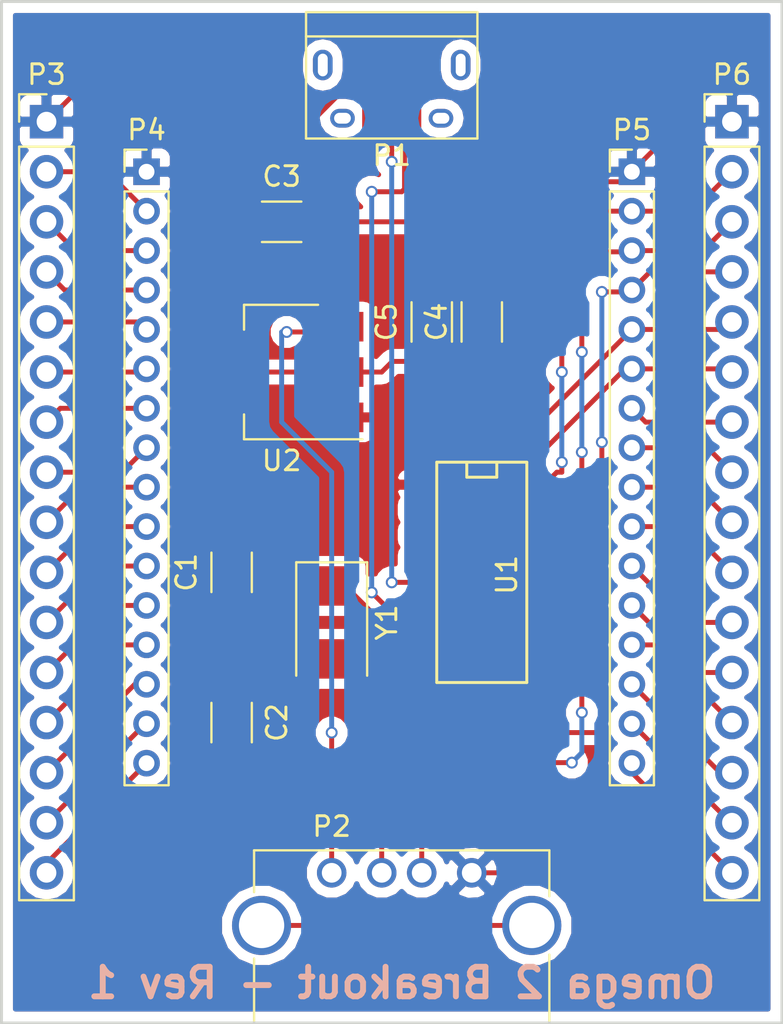
<source format=kicad_pcb>
(kicad_pcb (version 4) (host pcbnew 4.0.1-stable)

  (general
    (links 62)
    (no_connects 0)
    (area 76.933667 111.721 121.948334 170.905001)
    (thickness 1.6)
    (drawings 5)
    (tracks 199)
    (zones 0)
    (modules 14)
    (nets 46)
  )

  (page A4)
  (layers
    (0 F.Cu signal hide)
    (31 B.Cu signal)
    (32 B.Adhes user hide)
    (33 F.Adhes user hide)
    (34 B.Paste user hide)
    (35 F.Paste user hide)
    (36 B.SilkS user)
    (37 F.SilkS user)
    (38 B.Mask user hide)
    (39 F.Mask user hide)
    (40 Dwgs.User user hide)
    (41 Cmts.User user hide)
    (42 Eco1.User user hide)
    (43 Eco2.User user hide)
    (44 Edge.Cuts user)
    (45 Margin user hide)
    (46 B.CrtYd user)
    (47 F.CrtYd user)
    (48 B.Fab user hide)
    (49 F.Fab user hide)
  )

  (setup
    (last_trace_width 0.25)
    (trace_clearance 0.2)
    (zone_clearance 0.508)
    (zone_45_only no)
    (trace_min 0.1524)
    (segment_width 0.2)
    (edge_width 0.15)
    (via_size 0.6)
    (via_drill 0.4)
    (via_min_size 0.3302)
    (via_min_drill 0.3)
    (uvia_size 0.3)
    (uvia_drill 0.1)
    (uvias_allowed no)
    (uvia_min_size 0.1778)
    (uvia_min_drill 0.1)
    (pcb_text_width 0.3)
    (pcb_text_size 1.5 1.5)
    (mod_edge_width 0.15)
    (mod_text_size 1 1)
    (mod_text_width 0.15)
    (pad_size 1.524 1.524)
    (pad_drill 0.762)
    (pad_to_mask_clearance 0.2)
    (aux_axis_origin 0 0)
    (grid_origin 86.36 121.92)
    (visible_elements 7FFEFFFF)
    (pcbplotparams
      (layerselection 0x00030_80000001)
      (usegerberextensions true)
      (excludeedgelayer true)
      (linewidth 0.100000)
      (plotframeref false)
      (viasonmask false)
      (mode 1)
      (useauxorigin false)
      (hpglpennumber 1)
      (hpglpenspeed 20)
      (hpglpendiameter 15)
      (hpglpenoverlay 2)
      (psnegative false)
      (psa4output false)
      (plotreference true)
      (plotvalue true)
      (plotinvisibletext false)
      (padsonsilk false)
      (subtractmaskfromsilk false)
      (outputformat 1)
      (mirror false)
      (drillshape 0)
      (scaleselection 1)
      (outputdirectory gerbers/))
  )

  (net 0 "")
  (net 1 "Net-(C1-Pad1)")
  (net 2 GND)
  (net 3 "Net-(C2-Pad1)")
  (net 4 +5V)
  (net 5 +3V3)
  (net 6 "Net-(P1-Pad5)")
  (net 7 D+)
  (net 8 D-)
  (net 9 D2+)
  (net 10 D2-)
  (net 11 "Net-(P2-Pad5)")
  (net 12 "Net-(P3-Pad2)")
  (net 13 "Net-(P3-Pad3)")
  (net 14 "Net-(P3-Pad4)")
  (net 15 "Net-(P3-Pad5)")
  (net 16 "Net-(P3-Pad6)")
  (net 17 "Net-(P3-Pad7)")
  (net 18 "Net-(P3-Pad8)")
  (net 19 "Net-(P3-Pad9)")
  (net 20 "Net-(P3-Pad10)")
  (net 21 "Net-(P3-Pad11)")
  (net 22 "Net-(P3-Pad12)")
  (net 23 "Net-(P3-Pad13)")
  (net 24 "Net-(P3-Pad14)")
  (net 25 "Net-(P3-Pad15)")
  (net 26 "Net-(P3-Pad16)")
  (net 27 RxD)
  (net 28 TxD)
  (net 29 "Net-(P5-Pad7)")
  (net 30 "Net-(P5-Pad8)")
  (net 31 "Net-(P5-Pad9)")
  (net 32 "Net-(P5-Pad10)")
  (net 33 "Net-(P5-Pad11)")
  (net 34 "Net-(P5-Pad12)")
  (net 35 "Net-(P5-Pad13)")
  (net 36 "Net-(P5-Pad14)")
  (net 37 "Net-(P5-Pad15)")
  (net 38 "Net-(P5-Pad16)")
  (net 39 "Net-(U1-Pad14)")
  (net 40 "Net-(U1-Pad13)")
  (net 41 "Net-(U1-Pad12)")
  (net 42 "Net-(U1-Pad11)")
  (net 43 "Net-(U1-Pad10)")
  (net 44 "Net-(U1-Pad9)")
  (net 45 "Net-(U1-Pad15)")

  (net_class Default "This is the default net class."
    (clearance 0.2)
    (trace_width 0.25)
    (via_dia 0.6)
    (via_drill 0.4)
    (uvia_dia 0.3)
    (uvia_drill 0.1)
    (add_net +3V3)
    (add_net +5V)
    (add_net D+)
    (add_net D-)
    (add_net D2+)
    (add_net D2-)
    (add_net GND)
    (add_net "Net-(C1-Pad1)")
    (add_net "Net-(C2-Pad1)")
    (add_net "Net-(P1-Pad5)")
    (add_net "Net-(P2-Pad5)")
    (add_net "Net-(P3-Pad10)")
    (add_net "Net-(P3-Pad11)")
    (add_net "Net-(P3-Pad12)")
    (add_net "Net-(P3-Pad13)")
    (add_net "Net-(P3-Pad14)")
    (add_net "Net-(P3-Pad15)")
    (add_net "Net-(P3-Pad16)")
    (add_net "Net-(P3-Pad2)")
    (add_net "Net-(P3-Pad3)")
    (add_net "Net-(P3-Pad4)")
    (add_net "Net-(P3-Pad5)")
    (add_net "Net-(P3-Pad6)")
    (add_net "Net-(P3-Pad7)")
    (add_net "Net-(P3-Pad8)")
    (add_net "Net-(P3-Pad9)")
    (add_net "Net-(P5-Pad10)")
    (add_net "Net-(P5-Pad11)")
    (add_net "Net-(P5-Pad12)")
    (add_net "Net-(P5-Pad13)")
    (add_net "Net-(P5-Pad14)")
    (add_net "Net-(P5-Pad15)")
    (add_net "Net-(P5-Pad16)")
    (add_net "Net-(P5-Pad7)")
    (add_net "Net-(P5-Pad8)")
    (add_net "Net-(P5-Pad9)")
    (add_net "Net-(U1-Pad10)")
    (add_net "Net-(U1-Pad11)")
    (add_net "Net-(U1-Pad12)")
    (add_net "Net-(U1-Pad13)")
    (add_net "Net-(U1-Pad14)")
    (add_net "Net-(U1-Pad15)")
    (add_net "Net-(U1-Pad9)")
    (add_net RxD)
    (add_net TxD)
  )

  (module SMD_Packages:SO-16-N (layer F.Cu) (tedit 0) (tstamp 588E2AB1)
    (at 104.14 142.24 270)
    (descr "Module CMS SOJ 16 pins large")
    (tags "CMS SOJ")
    (path /588E1464)
    (attr smd)
    (fp_text reference U1 (at 0.127 -1.27 270) (layer F.SilkS)
      (effects (font (size 1 1) (thickness 0.15)))
    )
    (fp_text value CH340G (at 0 1.27 270) (layer F.Fab)
      (effects (font (size 1 1) (thickness 0.15)))
    )
    (fp_line (start -5.588 -0.762) (end -4.826 -0.762) (layer F.SilkS) (width 0.15))
    (fp_line (start -4.826 -0.762) (end -4.826 0.762) (layer F.SilkS) (width 0.15))
    (fp_line (start -4.826 0.762) (end -5.588 0.762) (layer F.SilkS) (width 0.15))
    (fp_line (start 5.588 -2.286) (end 5.588 2.286) (layer F.SilkS) (width 0.15))
    (fp_line (start 5.588 2.286) (end -5.588 2.286) (layer F.SilkS) (width 0.15))
    (fp_line (start -5.588 2.286) (end -5.588 -2.286) (layer F.SilkS) (width 0.15))
    (fp_line (start -5.588 -2.286) (end 5.588 -2.286) (layer F.SilkS) (width 0.15))
    (pad 16 smd rect (at -4.445 -3.175 270) (size 0.508 1.143) (layers F.Cu F.Paste F.Mask)
      (net 5 +3V3))
    (pad 14 smd rect (at -1.905 -3.175 270) (size 0.508 1.143) (layers F.Cu F.Paste F.Mask)
      (net 39 "Net-(U1-Pad14)"))
    (pad 13 smd rect (at -0.635 -3.175 270) (size 0.508 1.143) (layers F.Cu F.Paste F.Mask)
      (net 40 "Net-(U1-Pad13)"))
    (pad 12 smd rect (at 0.635 -3.175 270) (size 0.508 1.143) (layers F.Cu F.Paste F.Mask)
      (net 41 "Net-(U1-Pad12)"))
    (pad 11 smd rect (at 1.905 -3.175 270) (size 0.508 1.143) (layers F.Cu F.Paste F.Mask)
      (net 42 "Net-(U1-Pad11)"))
    (pad 10 smd rect (at 3.175 -3.175 270) (size 0.508 1.143) (layers F.Cu F.Paste F.Mask)
      (net 43 "Net-(U1-Pad10)"))
    (pad 9 smd rect (at 4.445 -3.175 270) (size 0.508 1.143) (layers F.Cu F.Paste F.Mask)
      (net 44 "Net-(U1-Pad9)"))
    (pad 8 smd rect (at 4.445 3.175 270) (size 0.508 1.143) (layers F.Cu F.Paste F.Mask)
      (net 3 "Net-(C2-Pad1)"))
    (pad 7 smd rect (at 3.175 3.175 270) (size 0.508 1.143) (layers F.Cu F.Paste F.Mask)
      (net 1 "Net-(C1-Pad1)"))
    (pad 6 smd rect (at 1.905 3.175 270) (size 0.508 1.143) (layers F.Cu F.Paste F.Mask)
      (net 8 D-))
    (pad 5 smd rect (at 0.635 3.175 270) (size 0.508 1.143) (layers F.Cu F.Paste F.Mask)
      (net 7 D+))
    (pad 4 smd rect (at -0.635 3.175 270) (size 0.508 1.143) (layers F.Cu F.Paste F.Mask)
      (net 5 +3V3))
    (pad 3 smd rect (at -1.905 3.175 270) (size 0.508 1.143) (layers F.Cu F.Paste F.Mask)
      (net 28 TxD))
    (pad 2 smd rect (at -3.175 3.175 270) (size 0.508 1.143) (layers F.Cu F.Paste F.Mask)
      (net 27 RxD))
    (pad 1 smd rect (at -4.445 3.175 270) (size 0.508 1.143) (layers F.Cu F.Paste F.Mask)
      (net 2 GND))
    (pad 15 smd rect (at -3.175 -3.175 270) (size 0.508 1.143) (layers F.Cu F.Paste F.Mask)
      (net 45 "Net-(U1-Pad15)"))
    (model SMD_Packages.3dshapes/SO-16-N.wrl
      (at (xyz 0 0 0))
      (scale (xyz 0.5 0.4 0.5))
      (rotate (xyz 0 0 0))
    )
  )

  (module Capacitors_SMD:C_1206_HandSoldering (layer F.Cu) (tedit 541A9C03) (tstamp 588E2A21)
    (at 91.44 142.24 90)
    (descr "Capacitor SMD 1206, hand soldering")
    (tags "capacitor 1206")
    (path /588E3610)
    (attr smd)
    (fp_text reference C1 (at 0 -2.3 90) (layer F.SilkS)
      (effects (font (size 1 1) (thickness 0.15)))
    )
    (fp_text value 22pF (at 0 2.3 90) (layer F.Fab)
      (effects (font (size 1 1) (thickness 0.15)))
    )
    (fp_line (start -1.6 0.8) (end -1.6 -0.8) (layer F.Fab) (width 0.1))
    (fp_line (start 1.6 0.8) (end -1.6 0.8) (layer F.Fab) (width 0.1))
    (fp_line (start 1.6 -0.8) (end 1.6 0.8) (layer F.Fab) (width 0.1))
    (fp_line (start -1.6 -0.8) (end 1.6 -0.8) (layer F.Fab) (width 0.1))
    (fp_line (start -3.3 -1.15) (end 3.3 -1.15) (layer F.CrtYd) (width 0.05))
    (fp_line (start -3.3 1.15) (end 3.3 1.15) (layer F.CrtYd) (width 0.05))
    (fp_line (start -3.3 -1.15) (end -3.3 1.15) (layer F.CrtYd) (width 0.05))
    (fp_line (start 3.3 -1.15) (end 3.3 1.15) (layer F.CrtYd) (width 0.05))
    (fp_line (start 1 -1.025) (end -1 -1.025) (layer F.SilkS) (width 0.12))
    (fp_line (start -1 1.025) (end 1 1.025) (layer F.SilkS) (width 0.12))
    (pad 1 smd rect (at -2 0 90) (size 2 1.6) (layers F.Cu F.Paste F.Mask)
      (net 1 "Net-(C1-Pad1)"))
    (pad 2 smd rect (at 2 0 90) (size 2 1.6) (layers F.Cu F.Paste F.Mask)
      (net 2 GND))
    (model Capacitors_SMD.3dshapes/C_1206_HandSoldering.wrl
      (at (xyz 0 0 0))
      (scale (xyz 1 1 1))
      (rotate (xyz 0 0 0))
    )
  )

  (module Capacitors_SMD:C_1206_HandSoldering (layer F.Cu) (tedit 541A9C03) (tstamp 588E2A27)
    (at 91.44 149.86 270)
    (descr "Capacitor SMD 1206, hand soldering")
    (tags "capacitor 1206")
    (path /588E364F)
    (attr smd)
    (fp_text reference C2 (at 0 -2.3 270) (layer F.SilkS)
      (effects (font (size 1 1) (thickness 0.15)))
    )
    (fp_text value 22pF (at 0 2.3 270) (layer F.Fab)
      (effects (font (size 1 1) (thickness 0.15)))
    )
    (fp_line (start -1.6 0.8) (end -1.6 -0.8) (layer F.Fab) (width 0.1))
    (fp_line (start 1.6 0.8) (end -1.6 0.8) (layer F.Fab) (width 0.1))
    (fp_line (start 1.6 -0.8) (end 1.6 0.8) (layer F.Fab) (width 0.1))
    (fp_line (start -1.6 -0.8) (end 1.6 -0.8) (layer F.Fab) (width 0.1))
    (fp_line (start -3.3 -1.15) (end 3.3 -1.15) (layer F.CrtYd) (width 0.05))
    (fp_line (start -3.3 1.15) (end 3.3 1.15) (layer F.CrtYd) (width 0.05))
    (fp_line (start -3.3 -1.15) (end -3.3 1.15) (layer F.CrtYd) (width 0.05))
    (fp_line (start 3.3 -1.15) (end 3.3 1.15) (layer F.CrtYd) (width 0.05))
    (fp_line (start 1 -1.025) (end -1 -1.025) (layer F.SilkS) (width 0.12))
    (fp_line (start -1 1.025) (end 1 1.025) (layer F.SilkS) (width 0.12))
    (pad 1 smd rect (at -2 0 270) (size 2 1.6) (layers F.Cu F.Paste F.Mask)
      (net 3 "Net-(C2-Pad1)"))
    (pad 2 smd rect (at 2 0 270) (size 2 1.6) (layers F.Cu F.Paste F.Mask)
      (net 2 GND))
    (model Capacitors_SMD.3dshapes/C_1206_HandSoldering.wrl
      (at (xyz 0 0 0))
      (scale (xyz 1 1 1))
      (rotate (xyz 0 0 0))
    )
  )

  (module Capacitors_SMD:C_1206_HandSoldering (layer F.Cu) (tedit 541A9C03) (tstamp 588E2A2D)
    (at 93.98 124.46)
    (descr "Capacitor SMD 1206, hand soldering")
    (tags "capacitor 1206")
    (path /588E1D72)
    (attr smd)
    (fp_text reference C3 (at 0 -2.3) (layer F.SilkS)
      (effects (font (size 1 1) (thickness 0.15)))
    )
    (fp_text value 100uF (at 0 2.3) (layer F.Fab)
      (effects (font (size 1 1) (thickness 0.15)))
    )
    (fp_line (start -1.6 0.8) (end -1.6 -0.8) (layer F.Fab) (width 0.1))
    (fp_line (start 1.6 0.8) (end -1.6 0.8) (layer F.Fab) (width 0.1))
    (fp_line (start 1.6 -0.8) (end 1.6 0.8) (layer F.Fab) (width 0.1))
    (fp_line (start -1.6 -0.8) (end 1.6 -0.8) (layer F.Fab) (width 0.1))
    (fp_line (start -3.3 -1.15) (end 3.3 -1.15) (layer F.CrtYd) (width 0.05))
    (fp_line (start -3.3 1.15) (end 3.3 1.15) (layer F.CrtYd) (width 0.05))
    (fp_line (start -3.3 -1.15) (end -3.3 1.15) (layer F.CrtYd) (width 0.05))
    (fp_line (start 3.3 -1.15) (end 3.3 1.15) (layer F.CrtYd) (width 0.05))
    (fp_line (start 1 -1.025) (end -1 -1.025) (layer F.SilkS) (width 0.12))
    (fp_line (start -1 1.025) (end 1 1.025) (layer F.SilkS) (width 0.12))
    (pad 1 smd rect (at -2 0) (size 2 1.6) (layers F.Cu F.Paste F.Mask)
      (net 2 GND))
    (pad 2 smd rect (at 2 0) (size 2 1.6) (layers F.Cu F.Paste F.Mask)
      (net 4 +5V))
    (model Capacitors_SMD.3dshapes/C_1206_HandSoldering.wrl
      (at (xyz 0 0 0))
      (scale (xyz 1 1 1))
      (rotate (xyz 0 0 0))
    )
  )

  (module Capacitors_SMD:C_1206_HandSoldering (layer F.Cu) (tedit 541A9C03) (tstamp 588E2A33)
    (at 104.14 129.54 90)
    (descr "Capacitor SMD 1206, hand soldering")
    (tags "capacitor 1206")
    (path /588F1256)
    (attr smd)
    (fp_text reference C4 (at 0 -2.3 90) (layer F.SilkS)
      (effects (font (size 1 1) (thickness 0.15)))
    )
    (fp_text value 10uF (at 0 2.3 90) (layer F.Fab)
      (effects (font (size 1 1) (thickness 0.15)))
    )
    (fp_line (start -1.6 0.8) (end -1.6 -0.8) (layer F.Fab) (width 0.1))
    (fp_line (start 1.6 0.8) (end -1.6 0.8) (layer F.Fab) (width 0.1))
    (fp_line (start 1.6 -0.8) (end 1.6 0.8) (layer F.Fab) (width 0.1))
    (fp_line (start -1.6 -0.8) (end 1.6 -0.8) (layer F.Fab) (width 0.1))
    (fp_line (start -3.3 -1.15) (end 3.3 -1.15) (layer F.CrtYd) (width 0.05))
    (fp_line (start -3.3 1.15) (end 3.3 1.15) (layer F.CrtYd) (width 0.05))
    (fp_line (start -3.3 -1.15) (end -3.3 1.15) (layer F.CrtYd) (width 0.05))
    (fp_line (start 3.3 -1.15) (end 3.3 1.15) (layer F.CrtYd) (width 0.05))
    (fp_line (start 1 -1.025) (end -1 -1.025) (layer F.SilkS) (width 0.12))
    (fp_line (start -1 1.025) (end 1 1.025) (layer F.SilkS) (width 0.12))
    (pad 1 smd rect (at -2 0 90) (size 2 1.6) (layers F.Cu F.Paste F.Mask)
      (net 5 +3V3))
    (pad 2 smd rect (at 2 0 90) (size 2 1.6) (layers F.Cu F.Paste F.Mask)
      (net 2 GND))
    (model Capacitors_SMD.3dshapes/C_1206_HandSoldering.wrl
      (at (xyz 0 0 0))
      (scale (xyz 1 1 1))
      (rotate (xyz 0 0 0))
    )
  )

  (module Capacitors_SMD:C_1206_HandSoldering (layer F.Cu) (tedit 541A9C03) (tstamp 588E2A39)
    (at 101.6 129.54 90)
    (descr "Capacitor SMD 1206, hand soldering")
    (tags "capacitor 1206")
    (path /588F1295)
    (attr smd)
    (fp_text reference C5 (at 0 -2.3 90) (layer F.SilkS)
      (effects (font (size 1 1) (thickness 0.15)))
    )
    (fp_text value 0.1uF (at 0 2.3 90) (layer F.Fab)
      (effects (font (size 1 1) (thickness 0.15)))
    )
    (fp_line (start -1.6 0.8) (end -1.6 -0.8) (layer F.Fab) (width 0.1))
    (fp_line (start 1.6 0.8) (end -1.6 0.8) (layer F.Fab) (width 0.1))
    (fp_line (start 1.6 -0.8) (end 1.6 0.8) (layer F.Fab) (width 0.1))
    (fp_line (start -1.6 -0.8) (end 1.6 -0.8) (layer F.Fab) (width 0.1))
    (fp_line (start -3.3 -1.15) (end 3.3 -1.15) (layer F.CrtYd) (width 0.05))
    (fp_line (start -3.3 1.15) (end 3.3 1.15) (layer F.CrtYd) (width 0.05))
    (fp_line (start -3.3 -1.15) (end -3.3 1.15) (layer F.CrtYd) (width 0.05))
    (fp_line (start 3.3 -1.15) (end 3.3 1.15) (layer F.CrtYd) (width 0.05))
    (fp_line (start 1 -1.025) (end -1 -1.025) (layer F.SilkS) (width 0.12))
    (fp_line (start -1 1.025) (end 1 1.025) (layer F.SilkS) (width 0.12))
    (pad 1 smd rect (at -2 0 90) (size 2 1.6) (layers F.Cu F.Paste F.Mask)
      (net 5 +3V3))
    (pad 2 smd rect (at 2 0 90) (size 2 1.6) (layers F.Cu F.Paste F.Mask)
      (net 2 GND))
    (model Capacitors_SMD.3dshapes/C_1206_HandSoldering.wrl
      (at (xyz 0 0 0))
      (scale (xyz 1 1 1))
      (rotate (xyz 0 0 0))
    )
  )

  (module Connect:USB_A (layer F.Cu) (tedit 5543E289) (tstamp 588E2A4D)
    (at 96.52 157.48)
    (descr "USB A connector")
    (tags "USB USB_A")
    (path /588E1FDE)
    (fp_text reference P2 (at 0 -2.35) (layer F.SilkS)
      (effects (font (size 1 1) (thickness 0.15)))
    )
    (fp_text value USB_B (at 3.84 7.44) (layer F.Fab)
      (effects (font (size 1 1) (thickness 0.15)))
    )
    (fp_line (start -5.3 13.2) (end -5.3 -1.4) (layer F.CrtYd) (width 0.05))
    (fp_line (start 11.95 -1.4) (end 11.95 13.2) (layer F.CrtYd) (width 0.05))
    (fp_line (start -5.3 13.2) (end 11.95 13.2) (layer F.CrtYd) (width 0.05))
    (fp_line (start -5.3 -1.4) (end 11.95 -1.4) (layer F.CrtYd) (width 0.05))
    (fp_line (start 11.05 -1.14) (end 11.05 1.19) (layer F.SilkS) (width 0.12))
    (fp_line (start -3.94 -1.14) (end -3.94 0.98) (layer F.SilkS) (width 0.12))
    (fp_line (start 11.05 -1.14) (end -3.94 -1.14) (layer F.SilkS) (width 0.12))
    (fp_line (start 11.05 12.95) (end -3.94 12.95) (layer F.SilkS) (width 0.12))
    (fp_line (start 11.05 4.15) (end 11.05 12.95) (layer F.SilkS) (width 0.12))
    (fp_line (start -3.94 4.35) (end -3.94 12.95) (layer F.SilkS) (width 0.12))
    (pad 4 thru_hole circle (at 7.11 0 270) (size 1.5 1.5) (drill 1) (layers *.Cu *.Mask)
      (net 2 GND))
    (pad 3 thru_hole circle (at 4.57 0 270) (size 1.5 1.5) (drill 1) (layers *.Cu *.Mask)
      (net 9 D2+))
    (pad 2 thru_hole circle (at 2.54 0 270) (size 1.5 1.5) (drill 1) (layers *.Cu *.Mask)
      (net 10 D2-))
    (pad 1 thru_hole circle (at 0 0 270) (size 1.5 1.5) (drill 1) (layers *.Cu *.Mask)
      (net 4 +5V))
    (pad 5 thru_hole circle (at 10.16 2.67 270) (size 3 3) (drill 2.3) (layers *.Cu *.Mask)
      (net 11 "Net-(P2-Pad5)"))
    (pad 5 thru_hole circle (at -3.56 2.67 270) (size 3 3) (drill 2.3) (layers *.Cu *.Mask)
      (net 11 "Net-(P2-Pad5)"))
    (model Connectors.3dshapes/USB_A.wrl
      (at (xyz 0.14 0 0))
      (scale (xyz 1 1 1))
      (rotate (xyz 0 0 90))
    )
  )

  (module Pin_Headers:Pin_Header_Straight_1x16_Pitch2.54mm (layer F.Cu) (tedit 5862ED52) (tstamp 588E2A61)
    (at 82.042 119.38)
    (descr "Through hole straight pin header, 1x16, 2.54mm pitch, single row")
    (tags "Through hole pin header THT 1x16 2.54mm single row")
    (path /588E5695)
    (fp_text reference P3 (at 0 -2.39) (layer F.SilkS)
      (effects (font (size 1 1) (thickness 0.15)))
    )
    (fp_text value CONN_01X16 (at 0 40.49) (layer F.Fab)
      (effects (font (size 1 1) (thickness 0.15)))
    )
    (fp_line (start -1.27 -1.27) (end -1.27 39.37) (layer F.Fab) (width 0.1))
    (fp_line (start -1.27 39.37) (end 1.27 39.37) (layer F.Fab) (width 0.1))
    (fp_line (start 1.27 39.37) (end 1.27 -1.27) (layer F.Fab) (width 0.1))
    (fp_line (start 1.27 -1.27) (end -1.27 -1.27) (layer F.Fab) (width 0.1))
    (fp_line (start -1.39 1.27) (end -1.39 39.49) (layer F.SilkS) (width 0.12))
    (fp_line (start -1.39 39.49) (end 1.39 39.49) (layer F.SilkS) (width 0.12))
    (fp_line (start 1.39 39.49) (end 1.39 1.27) (layer F.SilkS) (width 0.12))
    (fp_line (start 1.39 1.27) (end -1.39 1.27) (layer F.SilkS) (width 0.12))
    (fp_line (start -1.39 0) (end -1.39 -1.39) (layer F.SilkS) (width 0.12))
    (fp_line (start -1.39 -1.39) (end 0 -1.39) (layer F.SilkS) (width 0.12))
    (fp_line (start -1.6 -1.6) (end -1.6 39.7) (layer F.CrtYd) (width 0.05))
    (fp_line (start -1.6 39.7) (end 1.6 39.7) (layer F.CrtYd) (width 0.05))
    (fp_line (start 1.6 39.7) (end 1.6 -1.6) (layer F.CrtYd) (width 0.05))
    (fp_line (start 1.6 -1.6) (end -1.6 -1.6) (layer F.CrtYd) (width 0.05))
    (pad 1 thru_hole rect (at 0 0) (size 1.7 1.7) (drill 1) (layers *.Cu *.Mask)
      (net 2 GND))
    (pad 2 thru_hole oval (at 0 2.54) (size 1.7 1.7) (drill 1) (layers *.Cu *.Mask)
      (net 12 "Net-(P3-Pad2)"))
    (pad 3 thru_hole oval (at 0 5.08) (size 1.7 1.7) (drill 1) (layers *.Cu *.Mask)
      (net 13 "Net-(P3-Pad3)"))
    (pad 4 thru_hole oval (at 0 7.62) (size 1.7 1.7) (drill 1) (layers *.Cu *.Mask)
      (net 14 "Net-(P3-Pad4)"))
    (pad 5 thru_hole oval (at 0 10.16) (size 1.7 1.7) (drill 1) (layers *.Cu *.Mask)
      (net 15 "Net-(P3-Pad5)"))
    (pad 6 thru_hole oval (at 0 12.7) (size 1.7 1.7) (drill 1) (layers *.Cu *.Mask)
      (net 16 "Net-(P3-Pad6)"))
    (pad 7 thru_hole oval (at 0 15.24) (size 1.7 1.7) (drill 1) (layers *.Cu *.Mask)
      (net 17 "Net-(P3-Pad7)"))
    (pad 8 thru_hole oval (at 0 17.78) (size 1.7 1.7) (drill 1) (layers *.Cu *.Mask)
      (net 18 "Net-(P3-Pad8)"))
    (pad 9 thru_hole oval (at 0 20.32) (size 1.7 1.7) (drill 1) (layers *.Cu *.Mask)
      (net 19 "Net-(P3-Pad9)"))
    (pad 10 thru_hole oval (at 0 22.86) (size 1.7 1.7) (drill 1) (layers *.Cu *.Mask)
      (net 20 "Net-(P3-Pad10)"))
    (pad 11 thru_hole oval (at 0 25.4) (size 1.7 1.7) (drill 1) (layers *.Cu *.Mask)
      (net 21 "Net-(P3-Pad11)"))
    (pad 12 thru_hole oval (at 0 27.94) (size 1.7 1.7) (drill 1) (layers *.Cu *.Mask)
      (net 22 "Net-(P3-Pad12)"))
    (pad 13 thru_hole oval (at 0 30.48) (size 1.7 1.7) (drill 1) (layers *.Cu *.Mask)
      (net 23 "Net-(P3-Pad13)"))
    (pad 14 thru_hole oval (at 0 33.02) (size 1.7 1.7) (drill 1) (layers *.Cu *.Mask)
      (net 24 "Net-(P3-Pad14)"))
    (pad 15 thru_hole oval (at 0 35.56) (size 1.7 1.7) (drill 1) (layers *.Cu *.Mask)
      (net 25 "Net-(P3-Pad15)"))
    (pad 16 thru_hole oval (at 0 38.1) (size 1.7 1.7) (drill 1) (layers *.Cu *.Mask)
      (net 26 "Net-(P3-Pad16)"))
    (model Pin_Headers.3dshapes/Pin_Header_Straight_1x16_Pitch2.54mm.wrl
      (at (xyz 0 -0.75 0))
      (scale (xyz 1 1 1))
      (rotate (xyz 0 0 90))
    )
  )

  (module Pin_Headers:Pin_Header_Straight_1x16_Pitch2.00mm (layer F.Cu) (tedit 5862ED56) (tstamp 588E2A75)
    (at 87.122 121.92)
    (descr "Through hole straight pin header, 1x16, 2.00mm pitch, single row")
    (tags "Through hole pin header THT 1x16 2.00mm single row")
    (path /588E14EF)
    (fp_text reference P4 (at 0 -2.12) (layer F.SilkS)
      (effects (font (size 1 1) (thickness 0.15)))
    )
    (fp_text value CONN_01X16 (at 0 32.12) (layer F.Fab)
      (effects (font (size 1 1) (thickness 0.15)))
    )
    (fp_line (start -1 -1) (end -1 31) (layer F.Fab) (width 0.1))
    (fp_line (start -1 31) (end 1 31) (layer F.Fab) (width 0.1))
    (fp_line (start 1 31) (end 1 -1) (layer F.Fab) (width 0.1))
    (fp_line (start 1 -1) (end -1 -1) (layer F.Fab) (width 0.1))
    (fp_line (start -1.12 1) (end -1.12 31.12) (layer F.SilkS) (width 0.12))
    (fp_line (start -1.12 31.12) (end 1.12 31.12) (layer F.SilkS) (width 0.12))
    (fp_line (start 1.12 31.12) (end 1.12 1) (layer F.SilkS) (width 0.12))
    (fp_line (start 1.12 1) (end -1.12 1) (layer F.SilkS) (width 0.12))
    (fp_line (start -1.12 0) (end -1.12 -1.12) (layer F.SilkS) (width 0.12))
    (fp_line (start -1.12 -1.12) (end 0 -1.12) (layer F.SilkS) (width 0.12))
    (fp_line (start -1.3 -1.3) (end -1.3 31.3) (layer F.CrtYd) (width 0.05))
    (fp_line (start -1.3 31.3) (end 1.3 31.3) (layer F.CrtYd) (width 0.05))
    (fp_line (start 1.3 31.3) (end 1.3 -1.3) (layer F.CrtYd) (width 0.05))
    (fp_line (start 1.3 -1.3) (end -1.3 -1.3) (layer F.CrtYd) (width 0.05))
    (pad 1 thru_hole rect (at 0 0) (size 1.35 1.35) (drill 0.8) (layers *.Cu *.Mask)
      (net 2 GND))
    (pad 2 thru_hole oval (at 0 2) (size 1.35 1.35) (drill 0.8) (layers *.Cu *.Mask)
      (net 12 "Net-(P3-Pad2)"))
    (pad 3 thru_hole oval (at 0 4) (size 1.35 1.35) (drill 0.8) (layers *.Cu *.Mask)
      (net 13 "Net-(P3-Pad3)"))
    (pad 4 thru_hole oval (at 0 6) (size 1.35 1.35) (drill 0.8) (layers *.Cu *.Mask)
      (net 14 "Net-(P3-Pad4)"))
    (pad 5 thru_hole oval (at 0 8) (size 1.35 1.35) (drill 0.8) (layers *.Cu *.Mask)
      (net 15 "Net-(P3-Pad5)"))
    (pad 6 thru_hole oval (at 0 10) (size 1.35 1.35) (drill 0.8) (layers *.Cu *.Mask)
      (net 16 "Net-(P3-Pad6)"))
    (pad 7 thru_hole oval (at 0 12) (size 1.35 1.35) (drill 0.8) (layers *.Cu *.Mask)
      (net 17 "Net-(P3-Pad7)"))
    (pad 8 thru_hole oval (at 0 14) (size 1.35 1.35) (drill 0.8) (layers *.Cu *.Mask)
      (net 18 "Net-(P3-Pad8)"))
    (pad 9 thru_hole oval (at 0 16) (size 1.35 1.35) (drill 0.8) (layers *.Cu *.Mask)
      (net 19 "Net-(P3-Pad9)"))
    (pad 10 thru_hole oval (at 0 18) (size 1.35 1.35) (drill 0.8) (layers *.Cu *.Mask)
      (net 20 "Net-(P3-Pad10)"))
    (pad 11 thru_hole oval (at 0 20) (size 1.35 1.35) (drill 0.8) (layers *.Cu *.Mask)
      (net 21 "Net-(P3-Pad11)"))
    (pad 12 thru_hole oval (at 0 22) (size 1.35 1.35) (drill 0.8) (layers *.Cu *.Mask)
      (net 22 "Net-(P3-Pad12)"))
    (pad 13 thru_hole oval (at 0 24) (size 1.35 1.35) (drill 0.8) (layers *.Cu *.Mask)
      (net 23 "Net-(P3-Pad13)"))
    (pad 14 thru_hole oval (at 0 26) (size 1.35 1.35) (drill 0.8) (layers *.Cu *.Mask)
      (net 24 "Net-(P3-Pad14)"))
    (pad 15 thru_hole oval (at 0 28) (size 1.35 1.35) (drill 0.8) (layers *.Cu *.Mask)
      (net 25 "Net-(P3-Pad15)"))
    (pad 16 thru_hole oval (at 0 30) (size 1.35 1.35) (drill 0.8) (layers *.Cu *.Mask)
      (net 26 "Net-(P3-Pad16)"))
    (model Pin_Headers.3dshapes/Pin_Header_Straight_1x16_Pitch2.00mm.wrl
      (at (xyz 0 0 0))
      (scale (xyz 1 1 1))
      (rotate (xyz 0 0 0))
    )
  )

  (module Pin_Headers:Pin_Header_Straight_1x16_Pitch2.00mm (layer F.Cu) (tedit 5862ED56) (tstamp 588E2A89)
    (at 111.76 121.92)
    (descr "Through hole straight pin header, 1x16, 2.00mm pitch, single row")
    (tags "Through hole pin header THT 1x16 2.00mm single row")
    (path /588E166E)
    (fp_text reference P5 (at 0 -2.12) (layer F.SilkS)
      (effects (font (size 1 1) (thickness 0.15)))
    )
    (fp_text value CONN_01X16 (at 0 32.12) (layer F.Fab)
      (effects (font (size 1 1) (thickness 0.15)))
    )
    (fp_line (start -1 -1) (end -1 31) (layer F.Fab) (width 0.1))
    (fp_line (start -1 31) (end 1 31) (layer F.Fab) (width 0.1))
    (fp_line (start 1 31) (end 1 -1) (layer F.Fab) (width 0.1))
    (fp_line (start 1 -1) (end -1 -1) (layer F.Fab) (width 0.1))
    (fp_line (start -1.12 1) (end -1.12 31.12) (layer F.SilkS) (width 0.12))
    (fp_line (start -1.12 31.12) (end 1.12 31.12) (layer F.SilkS) (width 0.12))
    (fp_line (start 1.12 31.12) (end 1.12 1) (layer F.SilkS) (width 0.12))
    (fp_line (start 1.12 1) (end -1.12 1) (layer F.SilkS) (width 0.12))
    (fp_line (start -1.12 0) (end -1.12 -1.12) (layer F.SilkS) (width 0.12))
    (fp_line (start -1.12 -1.12) (end 0 -1.12) (layer F.SilkS) (width 0.12))
    (fp_line (start -1.3 -1.3) (end -1.3 31.3) (layer F.CrtYd) (width 0.05))
    (fp_line (start -1.3 31.3) (end 1.3 31.3) (layer F.CrtYd) (width 0.05))
    (fp_line (start 1.3 31.3) (end 1.3 -1.3) (layer F.CrtYd) (width 0.05))
    (fp_line (start 1.3 -1.3) (end -1.3 -1.3) (layer F.CrtYd) (width 0.05))
    (pad 1 thru_hole rect (at 0 0) (size 1.35 1.35) (drill 0.8) (layers *.Cu *.Mask)
      (net 2 GND))
    (pad 2 thru_hole oval (at 0 2) (size 1.35 1.35) (drill 0.8) (layers *.Cu *.Mask)
      (net 5 +3V3))
    (pad 3 thru_hole oval (at 0 4) (size 1.35 1.35) (drill 0.8) (layers *.Cu *.Mask)
      (net 9 D2+))
    (pad 4 thru_hole oval (at 0 6) (size 1.35 1.35) (drill 0.8) (layers *.Cu *.Mask)
      (net 10 D2-))
    (pad 5 thru_hole oval (at 0 8) (size 1.35 1.35) (drill 0.8) (layers *.Cu *.Mask)
      (net 27 RxD))
    (pad 6 thru_hole oval (at 0 10) (size 1.35 1.35) (drill 0.8) (layers *.Cu *.Mask)
      (net 28 TxD))
    (pad 7 thru_hole oval (at 0 12) (size 1.35 1.35) (drill 0.8) (layers *.Cu *.Mask)
      (net 29 "Net-(P5-Pad7)"))
    (pad 8 thru_hole oval (at 0 14) (size 1.35 1.35) (drill 0.8) (layers *.Cu *.Mask)
      (net 30 "Net-(P5-Pad8)"))
    (pad 9 thru_hole oval (at 0 16) (size 1.35 1.35) (drill 0.8) (layers *.Cu *.Mask)
      (net 31 "Net-(P5-Pad9)"))
    (pad 10 thru_hole oval (at 0 18) (size 1.35 1.35) (drill 0.8) (layers *.Cu *.Mask)
      (net 32 "Net-(P5-Pad10)"))
    (pad 11 thru_hole oval (at 0 20) (size 1.35 1.35) (drill 0.8) (layers *.Cu *.Mask)
      (net 33 "Net-(P5-Pad11)"))
    (pad 12 thru_hole oval (at 0 22) (size 1.35 1.35) (drill 0.8) (layers *.Cu *.Mask)
      (net 34 "Net-(P5-Pad12)"))
    (pad 13 thru_hole oval (at 0 24) (size 1.35 1.35) (drill 0.8) (layers *.Cu *.Mask)
      (net 35 "Net-(P5-Pad13)"))
    (pad 14 thru_hole oval (at 0 26) (size 1.35 1.35) (drill 0.8) (layers *.Cu *.Mask)
      (net 36 "Net-(P5-Pad14)"))
    (pad 15 thru_hole oval (at 0 28) (size 1.35 1.35) (drill 0.8) (layers *.Cu *.Mask)
      (net 37 "Net-(P5-Pad15)"))
    (pad 16 thru_hole oval (at 0 30) (size 1.35 1.35) (drill 0.8) (layers *.Cu *.Mask)
      (net 38 "Net-(P5-Pad16)"))
    (model Pin_Headers.3dshapes/Pin_Header_Straight_1x16_Pitch2.00mm.wrl
      (at (xyz 0 0 0))
      (scale (xyz 1 1 1))
      (rotate (xyz 0 0 0))
    )
  )

  (module Pin_Headers:Pin_Header_Straight_1x16_Pitch2.54mm (layer F.Cu) (tedit 5862ED52) (tstamp 588E2A9D)
    (at 116.84 119.38)
    (descr "Through hole straight pin header, 1x16, 2.54mm pitch, single row")
    (tags "Through hole pin header THT 1x16 2.54mm single row")
    (path /588E573F)
    (fp_text reference P6 (at 0 -2.39) (layer F.SilkS)
      (effects (font (size 1 1) (thickness 0.15)))
    )
    (fp_text value CONN_01X16 (at 0 40.49) (layer F.Fab)
      (effects (font (size 1 1) (thickness 0.15)))
    )
    (fp_line (start -1.27 -1.27) (end -1.27 39.37) (layer F.Fab) (width 0.1))
    (fp_line (start -1.27 39.37) (end 1.27 39.37) (layer F.Fab) (width 0.1))
    (fp_line (start 1.27 39.37) (end 1.27 -1.27) (layer F.Fab) (width 0.1))
    (fp_line (start 1.27 -1.27) (end -1.27 -1.27) (layer F.Fab) (width 0.1))
    (fp_line (start -1.39 1.27) (end -1.39 39.49) (layer F.SilkS) (width 0.12))
    (fp_line (start -1.39 39.49) (end 1.39 39.49) (layer F.SilkS) (width 0.12))
    (fp_line (start 1.39 39.49) (end 1.39 1.27) (layer F.SilkS) (width 0.12))
    (fp_line (start 1.39 1.27) (end -1.39 1.27) (layer F.SilkS) (width 0.12))
    (fp_line (start -1.39 0) (end -1.39 -1.39) (layer F.SilkS) (width 0.12))
    (fp_line (start -1.39 -1.39) (end 0 -1.39) (layer F.SilkS) (width 0.12))
    (fp_line (start -1.6 -1.6) (end -1.6 39.7) (layer F.CrtYd) (width 0.05))
    (fp_line (start -1.6 39.7) (end 1.6 39.7) (layer F.CrtYd) (width 0.05))
    (fp_line (start 1.6 39.7) (end 1.6 -1.6) (layer F.CrtYd) (width 0.05))
    (fp_line (start 1.6 -1.6) (end -1.6 -1.6) (layer F.CrtYd) (width 0.05))
    (pad 1 thru_hole rect (at 0 0) (size 1.7 1.7) (drill 1) (layers *.Cu *.Mask)
      (net 2 GND))
    (pad 2 thru_hole oval (at 0 2.54) (size 1.7 1.7) (drill 1) (layers *.Cu *.Mask)
      (net 5 +3V3))
    (pad 3 thru_hole oval (at 0 5.08) (size 1.7 1.7) (drill 1) (layers *.Cu *.Mask)
      (net 9 D2+))
    (pad 4 thru_hole oval (at 0 7.62) (size 1.7 1.7) (drill 1) (layers *.Cu *.Mask)
      (net 10 D2-))
    (pad 5 thru_hole oval (at 0 10.16) (size 1.7 1.7) (drill 1) (layers *.Cu *.Mask)
      (net 27 RxD))
    (pad 6 thru_hole oval (at 0 12.7) (size 1.7 1.7) (drill 1) (layers *.Cu *.Mask)
      (net 28 TxD))
    (pad 7 thru_hole oval (at 0 15.24) (size 1.7 1.7) (drill 1) (layers *.Cu *.Mask)
      (net 29 "Net-(P5-Pad7)"))
    (pad 8 thru_hole oval (at 0 17.78) (size 1.7 1.7) (drill 1) (layers *.Cu *.Mask)
      (net 30 "Net-(P5-Pad8)"))
    (pad 9 thru_hole oval (at 0 20.32) (size 1.7 1.7) (drill 1) (layers *.Cu *.Mask)
      (net 31 "Net-(P5-Pad9)"))
    (pad 10 thru_hole oval (at 0 22.86) (size 1.7 1.7) (drill 1) (layers *.Cu *.Mask)
      (net 32 "Net-(P5-Pad10)"))
    (pad 11 thru_hole oval (at 0 25.4) (size 1.7 1.7) (drill 1) (layers *.Cu *.Mask)
      (net 33 "Net-(P5-Pad11)"))
    (pad 12 thru_hole oval (at 0 27.94) (size 1.7 1.7) (drill 1) (layers *.Cu *.Mask)
      (net 34 "Net-(P5-Pad12)"))
    (pad 13 thru_hole oval (at 0 30.48) (size 1.7 1.7) (drill 1) (layers *.Cu *.Mask)
      (net 35 "Net-(P5-Pad13)"))
    (pad 14 thru_hole oval (at 0 33.02) (size 1.7 1.7) (drill 1) (layers *.Cu *.Mask)
      (net 36 "Net-(P5-Pad14)"))
    (pad 15 thru_hole oval (at 0 35.56) (size 1.7 1.7) (drill 1) (layers *.Cu *.Mask)
      (net 37 "Net-(P5-Pad15)"))
    (pad 16 thru_hole oval (at 0 38.1) (size 1.7 1.7) (drill 1) (layers *.Cu *.Mask)
      (net 38 "Net-(P5-Pad16)"))
    (model Pin_Headers.3dshapes/Pin_Header_Straight_1x16_Pitch2.54mm.wrl
      (at (xyz 0 -0.75 0))
      (scale (xyz 1 1 1))
      (rotate (xyz 0 0 90))
    )
  )

  (module Crystals:Crystal_SMD_5032-2pin_5.0x3.2mm (layer F.Cu) (tedit 5873B462) (tstamp 588E2ABF)
    (at 96.52 144.78 270)
    (descr "SMD Crystal SERIES SMD2520/2 http://www.icbase.com/File/PDF/HKC/HKC00061008.pdf, 5.0x3.2mm^2 package")
    (tags "SMD SMT crystal")
    (path /588E3573)
    (attr smd)
    (fp_text reference Y1 (at 0 -2.8 270) (layer F.SilkS)
      (effects (font (size 1 1) (thickness 0.15)))
    )
    (fp_text value 12MHz (at 0 2.8 270) (layer F.Fab)
      (effects (font (size 1 1) (thickness 0.15)))
    )
    (fp_circle (center 0 0) (end 0.4 0) (layer F.Adhes) (width 0.1))
    (fp_circle (center 0 0) (end 0.333333 0) (layer F.Adhes) (width 0.133333))
    (fp_circle (center 0 0) (end 0.213333 0) (layer F.Adhes) (width 0.133333))
    (fp_circle (center 0 0) (end 0.093333 0) (layer F.Adhes) (width 0.186667))
    (fp_line (start -2.3 -1.6) (end 2.3 -1.6) (layer F.Fab) (width 0.1))
    (fp_line (start 2.3 -1.6) (end 2.5 -1.4) (layer F.Fab) (width 0.1))
    (fp_line (start 2.5 -1.4) (end 2.5 1.4) (layer F.Fab) (width 0.1))
    (fp_line (start 2.5 1.4) (end 2.3 1.6) (layer F.Fab) (width 0.1))
    (fp_line (start 2.3 1.6) (end -2.3 1.6) (layer F.Fab) (width 0.1))
    (fp_line (start -2.3 1.6) (end -2.5 1.4) (layer F.Fab) (width 0.1))
    (fp_line (start -2.5 1.4) (end -2.5 -1.4) (layer F.Fab) (width 0.1))
    (fp_line (start -2.5 -1.4) (end -2.3 -1.6) (layer F.Fab) (width 0.1))
    (fp_line (start -2.5 0.6) (end -1.5 1.6) (layer F.Fab) (width 0.1))
    (fp_line (start 2.7 -1.8) (end -3.05 -1.8) (layer F.SilkS) (width 0.12))
    (fp_line (start -3.05 -1.8) (end -3.05 1.8) (layer F.SilkS) (width 0.12))
    (fp_line (start -3.05 1.8) (end 2.7 1.8) (layer F.SilkS) (width 0.12))
    (fp_line (start -3.1 -1.9) (end -3.1 1.9) (layer F.CrtYd) (width 0.05))
    (fp_line (start -3.1 1.9) (end 3.1 1.9) (layer F.CrtYd) (width 0.05))
    (fp_line (start 3.1 1.9) (end 3.1 -1.9) (layer F.CrtYd) (width 0.05))
    (fp_line (start 3.1 -1.9) (end -3.1 -1.9) (layer F.CrtYd) (width 0.05))
    (pad 1 smd rect (at -1.85 0 270) (size 2 2.4) (layers F.Cu F.Mask)
      (net 1 "Net-(C1-Pad1)"))
    (pad 2 smd rect (at 1.85 0 270) (size 2 2.4) (layers F.Cu F.Mask)
      (net 3 "Net-(C2-Pad1)"))
    (model Crystals.3dshapes/Crystal_SMD_5032-2pin_5.0x3.2mm.wrl
      (at (xyz 0 0 0))
      (scale (xyz 0.393701 0.393701 0.393701))
      (rotate (xyz 0 0 0))
    )
  )

  (module TO_SOT_Packages_SMD:SOT-223 (layer F.Cu) (tedit 583F3B4E) (tstamp 588E2AB9)
    (at 93.98 132.08 180)
    (descr "module CMS SOT223 4 pins")
    (tags "CMS SOT")
    (path /588E24F1)
    (attr smd)
    (fp_text reference U2 (at 0 -4.5 180) (layer F.SilkS)
      (effects (font (size 1 1) (thickness 0.15)))
    )
    (fp_text value AP1117 (at 0 4.5 180) (layer F.Fab)
      (effects (font (size 1 1) (thickness 0.15)))
    )
    (fp_line (start 1.91 3.41) (end 1.91 2.15) (layer F.SilkS) (width 0.12))
    (fp_line (start 1.91 -3.41) (end 1.91 -2.15) (layer F.SilkS) (width 0.12))
    (fp_line (start 4.4 -3.6) (end -4.4 -3.6) (layer F.CrtYd) (width 0.05))
    (fp_line (start 4.4 3.6) (end 4.4 -3.6) (layer F.CrtYd) (width 0.05))
    (fp_line (start -4.4 3.6) (end 4.4 3.6) (layer F.CrtYd) (width 0.05))
    (fp_line (start -4.4 -3.6) (end -4.4 3.6) (layer F.CrtYd) (width 0.05))
    (fp_line (start -1.85 -2.35) (end -0.85 -3.35) (layer F.Fab) (width 0.1))
    (fp_line (start -1.85 -2.35) (end -1.85 3.35) (layer F.Fab) (width 0.1))
    (fp_line (start -1.85 3.41) (end 1.91 3.41) (layer F.SilkS) (width 0.12))
    (fp_line (start -0.85 -3.35) (end 1.85 -3.35) (layer F.Fab) (width 0.1))
    (fp_line (start -4.1 -3.41) (end 1.91 -3.41) (layer F.SilkS) (width 0.12))
    (fp_line (start -1.85 3.35) (end 1.85 3.35) (layer F.Fab) (width 0.1))
    (fp_line (start 1.85 -3.35) (end 1.85 3.35) (layer F.Fab) (width 0.1))
    (pad 4 smd rect (at 3.15 0 180) (size 2 3.8) (layers F.Cu F.Paste F.Mask)
      (net 5 +3V3))
    (pad 2 smd rect (at -3.15 0 180) (size 2 1.5) (layers F.Cu F.Paste F.Mask)
      (net 5 +3V3))
    (pad 3 smd rect (at -3.15 2.3 180) (size 2 1.5) (layers F.Cu F.Paste F.Mask)
      (net 4 +5V))
    (pad 1 smd rect (at -3.15 -2.3 180) (size 2 1.5) (layers F.Cu F.Paste F.Mask)
      (net 2 GND))
    (model TO_SOT_Packages_SMD.3dshapes/SOT-223.wrl
      (at (xyz 0 0 0))
      (scale (xyz 0.4 0.4 0.4))
      (rotate (xyz 0 0 90))
    )
  )

  (module Connect:USB_Micro-B (layer F.Cu) (tedit 5543E447) (tstamp 588E2A43)
    (at 99.568 117.856 180)
    (descr "Micro USB Type B Receptacle")
    (tags "USB USB_B USB_micro USB_OTG")
    (path /588E1EE7)
    (attr smd)
    (fp_text reference P1 (at 0 -3.24 180) (layer F.SilkS)
      (effects (font (size 1 1) (thickness 0.15)))
    )
    (fp_text value USB_B (at 0 5.01 180) (layer F.Fab)
      (effects (font (size 1 1) (thickness 0.15)))
    )
    (fp_line (start -4.6 -2.59) (end 4.6 -2.59) (layer F.CrtYd) (width 0.05))
    (fp_line (start 4.6 -2.59) (end 4.6 4.26) (layer F.CrtYd) (width 0.05))
    (fp_line (start 4.6 4.26) (end -4.6 4.26) (layer F.CrtYd) (width 0.05))
    (fp_line (start -4.6 4.26) (end -4.6 -2.59) (layer F.CrtYd) (width 0.05))
    (fp_line (start -4.35 4.03) (end 4.35 4.03) (layer F.SilkS) (width 0.12))
    (fp_line (start -4.35 -2.38) (end 4.35 -2.38) (layer F.SilkS) (width 0.12))
    (fp_line (start 4.35 -2.38) (end 4.35 4.03) (layer F.SilkS) (width 0.12))
    (fp_line (start 4.35 2.8) (end -4.35 2.8) (layer F.SilkS) (width 0.12))
    (fp_line (start -4.35 4.03) (end -4.35 -2.38) (layer F.SilkS) (width 0.12))
    (pad 1 smd rect (at -1.3 -1.35 270) (size 1.35 0.4) (layers F.Cu F.Paste F.Mask)
      (net 4 +5V))
    (pad 2 smd rect (at -0.65 -1.35 270) (size 1.35 0.4) (layers F.Cu F.Paste F.Mask)
      (net 8 D-))
    (pad 3 smd rect (at 0 -1.35 270) (size 1.35 0.4) (layers F.Cu F.Paste F.Mask)
      (net 7 D+))
    (pad 4 smd rect (at 0.65 -1.35 270) (size 1.35 0.4) (layers F.Cu F.Paste F.Mask)
      (net 2 GND))
    (pad 5 smd rect (at 1.3 -1.35 270) (size 1.35 0.4) (layers F.Cu F.Paste F.Mask)
      (net 6 "Net-(P1-Pad5)"))
    (pad 6 thru_hole oval (at -2.5 -1.35 270) (size 0.95 1.25) (drill oval 0.55 0.85) (layers *.Cu *.Mask))
    (pad 6 thru_hole oval (at 2.5 -1.35 270) (size 0.95 1.25) (drill oval 0.55 0.85) (layers *.Cu *.Mask))
    (pad 6 thru_hole oval (at -3.5 1.35 270) (size 1.55 1) (drill oval 1.15 0.5) (layers *.Cu *.Mask))
    (pad 6 thru_hole oval (at 3.5 1.35 270) (size 1.55 1) (drill oval 1.15 0.5) (layers *.Cu *.Mask))
  )

  (gr_text "Omega 2 Breakout - Rev 1" (at 100.076 163.068) (layer B.SilkS)
    (effects (font (size 1.5 1.5) (thickness 0.3)) (justify mirror))
  )
  (gr_line (start 119.38 113.284) (end 119.38 165.1) (angle 90) (layer Edge.Cuts) (width 0.15))
  (gr_line (start 79.756 165.1) (end 79.756 113.284) (angle 90) (layer Edge.Cuts) (width 0.15))
  (gr_line (start 119.38 165.1) (end 79.756 165.1) (angle 90) (layer Edge.Cuts) (width 0.15))
  (gr_line (start 79.756 113.284) (end 119.38 113.284) (angle 90) (layer Edge.Cuts) (width 0.15))

  (segment (start 96.52 142.93) (end 97.21 142.93) (width 0.25) (layer F.Cu) (net 1))
  (segment (start 97.21 142.93) (end 99.695 145.415) (width 0.25) (layer F.Cu) (net 1) (tstamp 588E36A6))
  (segment (start 99.695 145.415) (end 100.965 145.415) (width 0.25) (layer F.Cu) (net 1) (tstamp 588E36A8))
  (segment (start 91.44 144.24) (end 91.98 144.24) (width 0.25) (layer F.Cu) (net 1))
  (segment (start 91.98 144.24) (end 93.29 142.93) (width 0.25) (layer F.Cu) (net 1) (tstamp 588E369C))
  (segment (start 93.29 142.93) (end 96.52 142.93) (width 0.25) (layer F.Cu) (net 1) (tstamp 588E36A0))
  (segment (start 91.694 121.92) (end 92.964 121.92) (width 0.25) (layer F.Cu) (net 2))
  (segment (start 92.964 121.92) (end 97.028 117.856) (width 0.25) (layer F.Cu) (net 2) (tstamp 58C49C8A))
  (segment (start 97.028 117.856) (end 99.06 117.856) (width 0.25) (layer F.Cu) (net 2) (tstamp 58C49C8C))
  (segment (start 99.06 117.856) (end 98.918 117.998) (width 0.25) (layer F.Cu) (net 2) (tstamp 58C49C8E))
  (segment (start 91.948 121.92) (end 91.948 124.428) (width 0.25) (layer F.Cu) (net 2))
  (segment (start 91.948 124.428) (end 91.98 124.46) (width 0.25) (layer F.Cu) (net 2) (tstamp 58C49CF7))
  (segment (start 98.918 117.998) (end 106.03 117.998) (width 0.25) (layer F.Cu) (net 2))
  (segment (start 106.03 117.998) (end 105.156 118.872) (width 0.25) (layer F.Cu) (net 2) (tstamp 58C49C92))
  (segment (start 105.156 118.872) (end 105.156 122.428) (width 0.25) (layer F.Cu) (net 2) (tstamp 58C49C93))
  (segment (start 87.122 121.92) (end 91.694 121.92) (width 0.25) (layer F.Cu) (net 2))
  (segment (start 91.694 121.92) (end 91.948 121.92) (width 0.25) (layer F.Cu) (net 2) (tstamp 58C49D02))
  (segment (start 98.918 117.998) (end 98.918 119.206) (width 0.25) (layer F.Cu) (net 2) (tstamp 58C49C8F))
  (segment (start 97.13 134.38) (end 97.536 134.786) (width 0.25) (layer F.Cu) (net 2))
  (segment (start 97.536 134.786) (end 97.536 137.668) (width 0.25) (layer F.Cu) (net 2) (tstamp 588E4550))
  (segment (start 88.646 139.192) (end 89.662 140.208) (width 0.25) (layer F.Cu) (net 2) (tstamp 588E42E1))
  (segment (start 88.646 128.048) (end 88.646 139.192) (width 0.25) (layer F.Cu) (net 2) (tstamp 588E42DC))
  (segment (start 92.234 124.46) (end 88.646 128.048) (width 0.25) (layer F.Cu) (net 2))
  (segment (start 94.012 137.668) (end 91.44 140.24) (width 0.25) (layer F.Cu) (net 2) (tstamp 588E42D1))
  (segment (start 100.838 137.668) (end 97.536 137.668) (width 0.25) (layer F.Cu) (net 2) (tstamp 588E42CF))
  (segment (start 97.536 137.668) (end 94.012 137.668) (width 0.25) (layer F.Cu) (net 2) (tstamp 588E4555))
  (segment (start 100.965 137.795) (end 100.838 137.668) (width 0.25) (layer F.Cu) (net 2))
  (segment (start 91.44 151.86) (end 89.408 153.892) (width 0.25) (layer F.Cu) (net 2))
  (segment (start 110.236 157.48) (end 103.63 157.48) (width 0.25) (layer F.Cu) (net 2) (tstamp 588E42C3))
  (segment (start 110.236 163.576) (end 110.236 157.48) (width 0.25) (layer F.Cu) (net 2) (tstamp 588E42BF))
  (segment (start 103.124 163.576) (end 110.236 163.576) (width 0.25) (layer F.Cu) (net 2) (tstamp 588E42BD))
  (segment (start 89.408 163.576) (end 103.124 163.576) (width 0.25) (layer F.Cu) (net 2) (tstamp 588E42BC))
  (segment (start 89.408 153.892) (end 89.408 163.576) (width 0.25) (layer F.Cu) (net 2) (tstamp 588E42B9))
  (segment (start 91.44 140.24) (end 91.408 140.208) (width 0.25) (layer F.Cu) (net 2))
  (segment (start 91.408 140.208) (end 89.408 140.208) (width 0.25) (layer F.Cu) (net 2) (tstamp 588E42B0))
  (segment (start 89.408 140.208) (end 89.408 151.892) (width 0.25) (layer F.Cu) (net 2) (tstamp 588E42B1))
  (segment (start 89.408 151.892) (end 91.408 151.892) (width 0.25) (layer F.Cu) (net 2) (tstamp 588E42B3))
  (segment (start 91.408 151.892) (end 91.44 151.86) (width 0.25) (layer F.Cu) (net 2) (tstamp 588E42B6))
  (segment (start 105.156 122.428) (end 104.648 122.936) (width 0.25) (layer F.Cu) (net 2))
  (segment (start 104.648 122.936) (end 104.648 127.032) (width 0.25) (layer F.Cu) (net 2) (tstamp 588E4267))
  (segment (start 104.14 127.54) (end 101.6 127.54) (width 0.25) (layer F.Cu) (net 2))
  (segment (start 111.76 121.92) (end 114.3 119.38) (width 0.25) (layer F.Cu) (net 2))
  (segment (start 114.3 119.38) (end 116.84 119.38) (width 0.25) (layer F.Cu) (net 2) (tstamp 588E4274))
  (segment (start 104.14 127.54) (end 104.648 127.032) (width 0.25) (layer F.Cu) (net 2))
  (segment (start 105.156 122.428) (end 111.252 122.428) (width 0.25) (layer F.Cu) (net 2) (tstamp 588E426D))
  (segment (start 111.252 122.428) (end 111.76 121.92) (width 0.25) (layer F.Cu) (net 2) (tstamp 588E4270))
  (segment (start 90.202 121.92) (end 87.122 121.92) (width 0.25) (layer F.Cu) (net 2) (tstamp 588E4263))
  (segment (start 87.122 121.92) (end 87.122 116.332) (width 0.25) (layer F.Cu) (net 2))
  (segment (start 85.09 116.332) (end 82.042 119.38) (width 0.25) (layer F.Cu) (net 2) (tstamp 588E424F))
  (segment (start 87.122 116.332) (end 85.09 116.332) (width 0.25) (layer F.Cu) (net 2) (tstamp 588E424E))
  (segment (start 100.965 146.685) (end 96.575 146.685) (width 0.25) (layer F.Cu) (net 3))
  (segment (start 96.575 146.685) (end 96.52 146.63) (width 0.25) (layer F.Cu) (net 3) (tstamp 588E36B0))
  (segment (start 91.44 147.86) (end 95.29 147.86) (width 0.25) (layer F.Cu) (net 3))
  (segment (start 95.29 147.86) (end 96.52 146.63) (width 0.25) (layer F.Cu) (net 3) (tstamp 588E36A3))
  (segment (start 100.868 119.206) (end 100.868 124.176) (width 0.25) (layer F.Cu) (net 4))
  (segment (start 100.584 124.46) (end 95.98 124.46) (width 0.25) (layer F.Cu) (net 4) (tstamp 58C49C87))
  (segment (start 100.868 124.176) (end 100.584 124.46) (width 0.25) (layer F.Cu) (net 4) (tstamp 58C49C86))
  (segment (start 96.52 157.48) (end 96.52 150.368) (width 0.25) (layer F.Cu) (net 4))
  (segment (start 94.234 130.048) (end 96.862 130.048) (width 0.25) (layer F.Cu) (net 4) (tstamp 588E4367))
  (via (at 94.234 130.048) (size 0.6) (drill 0.4) (layers F.Cu B.Cu) (net 4))
  (segment (start 93.98 130.048) (end 94.234 130.048) (width 0.25) (layer B.Cu) (net 4) (tstamp 588E4363))
  (segment (start 93.98 134.62) (end 93.98 130.048) (width 0.25) (layer B.Cu) (net 4) (tstamp 588E4362))
  (segment (start 96.52 137.16) (end 93.98 134.62) (width 0.25) (layer B.Cu) (net 4) (tstamp 588E4360))
  (segment (start 96.52 150.368) (end 96.52 137.16) (width 0.25) (layer B.Cu) (net 4) (tstamp 588E435F))
  (via (at 96.52 150.368) (size 0.6) (drill 0.4) (layers F.Cu B.Cu) (net 4))
  (segment (start 96.862 130.048) (end 97.13 129.78) (width 0.25) (layer F.Cu) (net 4) (tstamp 588E4368))
  (segment (start 95.98 124.46) (end 95.98 128.63) (width 0.25) (layer F.Cu) (net 4))
  (segment (start 95.98 128.63) (end 97.13 129.78) (width 0.25) (layer F.Cu) (net 4) (tstamp 588E3671))
  (segment (start 97.13 132.08) (end 90.83 132.08) (width 0.25) (layer F.Cu) (net 5))
  (segment (start 107.95 137.16) (end 107.315 137.795) (width 0.25) (layer F.Cu) (net 5) (tstamp 588E431B))
  (segment (start 108.204 137.16) (end 107.95 137.16) (width 0.25) (layer F.Cu) (net 5) (tstamp 588E431A))
  (segment (start 108.204 136.652) (end 108.204 137.16) (width 0.25) (layer F.Cu) (net 5) (tstamp 588E4319))
  (via (at 108.204 136.652) (size 0.6) (drill 0.4) (layers F.Cu B.Cu) (net 5))
  (segment (start 108.204 132.08) (end 108.204 136.652) (width 0.25) (layer B.Cu) (net 5) (tstamp 588E4316))
  (via (at 108.204 132.08) (size 0.6) (drill 0.4) (layers F.Cu B.Cu) (net 5))
  (segment (start 108.204 131.064) (end 108.204 132.08) (width 0.25) (layer F.Cu) (net 5) (tstamp 588E430A))
  (segment (start 106.68 129.54) (end 108.204 131.064) (width 0.25) (layer F.Cu) (net 5))
  (segment (start 107.315 137.795) (end 107.061 137.795) (width 0.25) (layer F.Cu) (net 5))
  (segment (start 107.061 137.795) (end 103.251 141.605) (width 0.25) (layer F.Cu) (net 5) (tstamp 588E3761))
  (segment (start 103.251 141.605) (end 100.965 141.605) (width 0.25) (layer F.Cu) (net 5) (tstamp 588E3766))
  (segment (start 104.14 131.54) (end 104.68 131.54) (width 0.25) (layer F.Cu) (net 5))
  (segment (start 104.68 131.54) (end 106.68 129.54) (width 0.25) (layer F.Cu) (net 5) (tstamp 588E366B))
  (segment (start 107.22 123.92) (end 111.76 123.92) (width 0.25) (layer F.Cu) (net 5) (tstamp 588E366E))
  (segment (start 106.68 124.46) (end 107.22 123.92) (width 0.25) (layer F.Cu) (net 5) (tstamp 588E366D))
  (segment (start 106.68 129.54) (end 106.68 124.46) (width 0.25) (layer F.Cu) (net 5) (tstamp 588E366C))
  (segment (start 101.6 131.54) (end 104.14 131.54) (width 0.25) (layer F.Cu) (net 5))
  (segment (start 97.13 132.08) (end 99.06 132.08) (width 0.25) (layer F.Cu) (net 5))
  (segment (start 99.6 131.54) (end 101.6 131.54) (width 0.25) (layer F.Cu) (net 5) (tstamp 588E3665))
  (segment (start 99.06 132.08) (end 99.6 131.54) (width 0.25) (layer F.Cu) (net 5) (tstamp 588E3664))
  (segment (start 103.6 132.08) (end 104.14 131.54) (width 0.25) (layer F.Cu) (net 5) (tstamp 588E363A))
  (segment (start 111.76 123.92) (end 114.84 123.92) (width 0.25) (layer F.Cu) (net 5))
  (segment (start 114.84 123.92) (end 116.84 121.92) (width 0.25) (layer F.Cu) (net 5) (tstamp 588E3631))
  (segment (start 99.568 119.206) (end 99.568 121.412) (width 0.25) (layer F.Cu) (net 7))
  (via (at 99.568 121.412) (size 0.6) (drill 0.4) (layers F.Cu B.Cu) (net 7))
  (segment (start 99.568 121.412) (end 99.568 142.748) (width 0.25) (layer B.Cu) (net 7) (tstamp 588E3D4A))
  (via (at 99.568 142.748) (size 0.6) (drill 0.4) (layers F.Cu B.Cu) (net 7))
  (segment (start 99.568 142.748) (end 100.838 142.748) (width 0.25) (layer F.Cu) (net 7) (tstamp 588E3D4F))
  (segment (start 100.838 142.748) (end 100.965 142.875) (width 0.25) (layer F.Cu) (net 7) (tstamp 588E3D50))
  (segment (start 100.218 119.206) (end 100.218 122.794) (width 0.25) (layer F.Cu) (net 8))
  (via (at 98.552 122.936) (size 0.6) (drill 0.4) (layers F.Cu B.Cu) (net 8))
  (segment (start 98.552 122.936) (end 98.552 143.256) (width 0.25) (layer B.Cu) (net 8) (tstamp 588E3D34))
  (via (at 98.552 143.256) (size 0.6) (drill 0.4) (layers F.Cu B.Cu) (net 8))
  (segment (start 98.552 143.256) (end 99.568 144.272) (width 0.25) (layer F.Cu) (net 8) (tstamp 588E3D3A))
  (segment (start 99.568 144.272) (end 100.838 144.272) (width 0.25) (layer F.Cu) (net 8) (tstamp 588E3D3B))
  (segment (start 100.076 122.936) (end 98.552 122.936) (width 0.25) (layer F.Cu) (net 8) (tstamp 58C49CA1))
  (segment (start 100.218 122.794) (end 100.076 122.936) (width 0.25) (layer F.Cu) (net 8) (tstamp 58C49CA0))
  (segment (start 100.838 144.272) (end 100.965 144.145) (width 0.25) (layer F.Cu) (net 8) (tstamp 588E3D3C))
  (segment (start 101.092 151.892) (end 108.712 151.892) (width 0.25) (layer F.Cu) (net 9))
  (via (at 109.22 131.064) (size 0.6) (drill 0.4) (layers F.Cu B.Cu) (net 9))
  (segment (start 109.22 131.064) (end 109.22 136.144) (width 0.25) (layer B.Cu) (net 9) (tstamp 588E3C10))
  (via (at 109.22 136.144) (size 0.6) (drill 0.4) (layers F.Cu B.Cu) (net 9))
  (segment (start 109.22 136.144) (end 109.22 149.352) (width 0.25) (layer F.Cu) (net 9) (tstamp 588E3C16))
  (via (at 109.22 149.352) (size 0.6) (drill 0.4) (layers F.Cu B.Cu) (net 9))
  (segment (start 109.22 149.352) (end 109.22 151.384) (width 0.25) (layer B.Cu) (net 9) (tstamp 588E3C1D))
  (segment (start 109.22 151.384) (end 108.712 151.892) (width 0.25) (layer B.Cu) (net 9) (tstamp 588E3C1E))
  (via (at 108.712 151.892) (size 0.6) (drill 0.4) (layers F.Cu B.Cu) (net 9))
  (segment (start 101.092 157.478) (end 101.092 151.892) (width 0.25) (layer F.Cu) (net 9) (tstamp 588E3C26))
  (segment (start 110.236 125.984) (end 111.696 125.984) (width 0.25) (layer F.Cu) (net 9) (tstamp 588E3BFC))
  (segment (start 110.236 125.984) (end 109.22 127) (width 0.25) (layer F.Cu) (net 9) (tstamp 588E3C00))
  (segment (start 109.22 127) (end 109.22 131.064) (width 0.25) (layer F.Cu) (net 9))
  (segment (start 101.092 157.478) (end 101.09 157.48) (width 0.25) (layer F.Cu) (net 9) (tstamp 588E3C29))
  (segment (start 111.76 125.92) (end 111.696 125.984) (width 0.25) (layer F.Cu) (net 9))
  (segment (start 111.76 125.92) (end 115.38 125.92) (width 0.25) (layer F.Cu) (net 9))
  (segment (start 115.38 125.92) (end 116.84 124.46) (width 0.25) (layer F.Cu) (net 9) (tstamp 588E362E))
  (segment (start 111.76 127.92) (end 111.664 128.016) (width 0.25) (layer F.Cu) (net 10))
  (segment (start 111.664 128.016) (end 110.236 128.016) (width 0.25) (layer F.Cu) (net 10) (tstamp 588E3BAD))
  (segment (start 99.06 150.876) (end 99.06 157.48) (width 0.25) (layer F.Cu) (net 10) (tstamp 588E3BC2))
  (segment (start 99.568 150.368) (end 99.06 150.876) (width 0.25) (layer F.Cu) (net 10) (tstamp 588E3BBE))
  (segment (start 100.076 150.368) (end 99.568 150.368) (width 0.25) (layer F.Cu) (net 10) (tstamp 588E3BBC))
  (segment (start 110.236 150.368) (end 100.076 150.368) (width 0.25) (layer F.Cu) (net 10) (tstamp 588E3BB9))
  (segment (start 110.236 135.636) (end 110.236 150.368) (width 0.25) (layer F.Cu) (net 10) (tstamp 588E3BB8))
  (via (at 110.236 135.636) (size 0.6) (drill 0.4) (layers F.Cu B.Cu) (net 10))
  (segment (start 110.236 128.016) (end 110.236 135.636) (width 0.25) (layer B.Cu) (net 10) (tstamp 588E3BB3))
  (via (at 110.236 128.016) (size 0.6) (drill 0.4) (layers F.Cu B.Cu) (net 10))
  (segment (start 116.84 127) (end 112.68 127) (width 0.25) (layer F.Cu) (net 10))
  (segment (start 112.68 127) (end 111.76 127.92) (width 0.25) (layer F.Cu) (net 10) (tstamp 588E362B))
  (segment (start 106.68 160.15) (end 92.96 160.15) (width 0.25) (layer F.Cu) (net 11))
  (segment (start 82.042 121.92) (end 85.122 121.92) (width 0.25) (layer F.Cu) (net 12))
  (segment (start 85.122 121.92) (end 87.122 123.92) (width 0.25) (layer F.Cu) (net 12) (tstamp 588E35DC))
  (segment (start 87.122 125.92) (end 83.502 125.92) (width 0.25) (layer F.Cu) (net 13))
  (segment (start 83.502 125.92) (end 82.042 124.46) (width 0.25) (layer F.Cu) (net 13) (tstamp 588E35D9))
  (segment (start 87.122 127.92) (end 82.962 127.92) (width 0.25) (layer F.Cu) (net 14))
  (segment (start 82.962 127.92) (end 82.042 127) (width 0.25) (layer F.Cu) (net 14) (tstamp 588E35DF))
  (segment (start 82.042 129.54) (end 86.742 129.54) (width 0.25) (layer F.Cu) (net 15))
  (segment (start 86.742 129.54) (end 87.122 129.92) (width 0.25) (layer F.Cu) (net 15) (tstamp 588E35E2))
  (segment (start 82.042 132.08) (end 86.962 132.08) (width 0.25) (layer F.Cu) (net 16))
  (segment (start 86.962 132.08) (end 87.122 131.92) (width 0.25) (layer F.Cu) (net 16) (tstamp 588E35E5))
  (segment (start 87.122 133.92) (end 82.742 133.92) (width 0.25) (layer F.Cu) (net 17))
  (segment (start 82.742 133.92) (end 82.042 134.62) (width 0.25) (layer F.Cu) (net 17) (tstamp 588E35E8))
  (segment (start 82.042 137.16) (end 85.882 137.16) (width 0.25) (layer F.Cu) (net 18))
  (segment (start 85.882 137.16) (end 87.122 135.92) (width 0.25) (layer F.Cu) (net 18) (tstamp 588E35EB))
  (segment (start 87.122 137.92) (end 83.822 137.92) (width 0.25) (layer F.Cu) (net 19))
  (segment (start 83.822 137.92) (end 82.042 139.7) (width 0.25) (layer F.Cu) (net 19) (tstamp 588E35EE))
  (segment (start 87.122 139.92) (end 84.362 139.92) (width 0.25) (layer F.Cu) (net 20))
  (segment (start 84.362 139.92) (end 82.042 142.24) (width 0.25) (layer F.Cu) (net 20) (tstamp 588E35F1))
  (segment (start 87.122 141.92) (end 84.902 141.92) (width 0.25) (layer F.Cu) (net 21))
  (segment (start 84.902 141.92) (end 82.042 144.78) (width 0.25) (layer F.Cu) (net 21) (tstamp 588E35F4))
  (segment (start 87.122 143.92) (end 85.442 143.92) (width 0.25) (layer F.Cu) (net 22))
  (segment (start 85.442 143.92) (end 82.042 147.32) (width 0.25) (layer F.Cu) (net 22) (tstamp 588E35F7))
  (segment (start 87.122 145.92) (end 85.982 145.92) (width 0.25) (layer F.Cu) (net 23))
  (segment (start 85.982 145.92) (end 82.042 149.86) (width 0.25) (layer F.Cu) (net 23) (tstamp 588E35FD))
  (segment (start 87.122 147.92) (end 86.522 147.92) (width 0.25) (layer F.Cu) (net 24))
  (segment (start 86.522 147.92) (end 82.042 152.4) (width 0.25) (layer F.Cu) (net 24) (tstamp 588E35FA))
  (segment (start 87.122 149.92) (end 87.062 149.92) (width 0.25) (layer F.Cu) (net 25))
  (segment (start 87.062 149.92) (end 82.042 154.94) (width 0.25) (layer F.Cu) (net 25) (tstamp 588E3600))
  (segment (start 82.042 157.48) (end 82.042 157) (width 0.25) (layer F.Cu) (net 26))
  (segment (start 82.042 157) (end 87.122 151.92) (width 0.25) (layer F.Cu) (net 26) (tstamp 588E3603))
  (segment (start 100.965 139.065) (end 102.615 139.065) (width 0.25) (layer F.Cu) (net 27))
  (segment (start 102.615 139.065) (end 111.76 129.92) (width 0.25) (layer F.Cu) (net 27) (tstamp 58C483BB))
  (segment (start 111.76 129.92) (end 111.38 129.92) (width 0.25) (layer F.Cu) (net 27))
  (segment (start 111.76 129.92) (end 116.46 129.92) (width 0.25) (layer F.Cu) (net 27))
  (segment (start 116.46 129.92) (end 116.84 129.54) (width 0.25) (layer F.Cu) (net 27) (tstamp 588E3628))
  (segment (start 111.252 132.08) (end 111.76 131.92) (width 0.25) (layer F.Cu) (net 28) (tstamp 58C4846B))
  (segment (start 111.252 132.08) (end 109.22 134.112) (width 0.25) (layer F.Cu) (net 28))
  (segment (start 103.124 140.208) (end 101.092 140.208) (width 0.25) (layer F.Cu) (net 28) (tstamp 588E3B50))
  (segment (start 109.22 134.112) (end 103.124 140.208) (width 0.25) (layer F.Cu) (net 28))
  (segment (start 100.965 140.335) (end 101.092 140.208) (width 0.25) (layer F.Cu) (net 28))
  (segment (start 111.76 131.92) (end 116.68 131.92) (width 0.25) (layer F.Cu) (net 28))
  (segment (start 116.68 131.92) (end 116.84 132.08) (width 0.25) (layer F.Cu) (net 28) (tstamp 588E3625))
  (segment (start 116.84 134.62) (end 112.46 134.62) (width 0.25) (layer F.Cu) (net 29))
  (segment (start 112.46 134.62) (end 111.76 133.92) (width 0.25) (layer F.Cu) (net 29) (tstamp 588E3622))
  (segment (start 111.76 135.92) (end 115.6 135.92) (width 0.25) (layer F.Cu) (net 30))
  (segment (start 115.6 135.92) (end 116.84 137.16) (width 0.25) (layer F.Cu) (net 30) (tstamp 588E361F))
  (segment (start 111.76 137.92) (end 115.06 137.92) (width 0.25) (layer F.Cu) (net 31))
  (segment (start 115.06 137.92) (end 116.84 139.7) (width 0.25) (layer F.Cu) (net 31) (tstamp 588E361C))
  (segment (start 111.76 139.92) (end 114.52 139.92) (width 0.25) (layer F.Cu) (net 32))
  (segment (start 114.52 139.92) (end 116.84 142.24) (width 0.25) (layer F.Cu) (net 32) (tstamp 588E3618))
  (segment (start 116.84 144.78) (end 114.62 144.78) (width 0.25) (layer F.Cu) (net 33))
  (segment (start 114.62 144.78) (end 111.76 141.92) (width 0.25) (layer F.Cu) (net 33) (tstamp 588E3615))
  (segment (start 116.84 147.32) (end 115.16 147.32) (width 0.25) (layer F.Cu) (net 34))
  (segment (start 115.16 147.32) (end 111.76 143.92) (width 0.25) (layer F.Cu) (net 34) (tstamp 588E3612))
  (segment (start 111.76 145.92) (end 112.9 145.92) (width 0.25) (layer F.Cu) (net 35))
  (segment (start 112.9 145.92) (end 116.84 149.86) (width 0.25) (layer F.Cu) (net 35) (tstamp 588E360F))
  (segment (start 116.84 152.4) (end 116.24 152.4) (width 0.25) (layer F.Cu) (net 36))
  (segment (start 116.24 152.4) (end 111.76 147.92) (width 0.25) (layer F.Cu) (net 36) (tstamp 588E360C))
  (segment (start 116.84 154.94) (end 116.78 154.94) (width 0.25) (layer F.Cu) (net 37))
  (segment (start 116.78 154.94) (end 111.76 149.92) (width 0.25) (layer F.Cu) (net 37) (tstamp 588E3609))
  (segment (start 111.76 151.92) (end 111.76 152.4) (width 0.25) (layer F.Cu) (net 38))
  (segment (start 111.76 152.4) (end 116.84 157.48) (width 0.25) (layer F.Cu) (net 38) (tstamp 588E3606))

  (zone (net 2) (net_name GND) (layer F.Cu) (tstamp 58C49D0B) (hatch edge 0.508)
    (connect_pads (clearance 0.508))
    (min_thickness 0.254)
    (fill yes (arc_segments 16) (thermal_gap 0.508) (thermal_bridge_width 0.508))
    (polygon
      (pts
        (xy 118.872 164.592) (xy 80.264 164.592) (xy 80.264 113.792) (xy 118.872 113.792) (xy 118.872 164.592)
      )
    )
    (filled_polygon
      (pts
        (xy 118.67 164.39) (xy 80.466 164.39) (xy 80.466 160.572815) (xy 90.82463 160.572815) (xy 91.14898 161.3578)
        (xy 91.749041 161.958909) (xy 92.533459 162.284628) (xy 93.382815 162.28537) (xy 94.1678 161.96102) (xy 94.768909 161.360959)
        (xy 94.956164 160.91) (xy 104.683952 160.91) (xy 104.86898 161.3578) (xy 105.469041 161.958909) (xy 106.253459 162.284628)
        (xy 107.102815 162.28537) (xy 107.8878 161.96102) (xy 108.488909 161.360959) (xy 108.814628 160.576541) (xy 108.81537 159.727185)
        (xy 108.49102 158.9422) (xy 107.890959 158.341091) (xy 107.106541 158.015372) (xy 106.257185 158.01463) (xy 105.4722 158.33898)
        (xy 104.871091 158.939041) (xy 104.683836 159.39) (xy 94.956048 159.39) (xy 94.77102 158.9422) (xy 94.170959 158.341091)
        (xy 93.386541 158.015372) (xy 92.537185 158.01463) (xy 91.7522 158.33898) (xy 91.151091 158.939041) (xy 90.825372 159.723459)
        (xy 90.82463 160.572815) (xy 80.466 160.572815) (xy 80.466 121.92) (xy 80.527907 121.92) (xy 80.640946 122.488285)
        (xy 80.962853 122.970054) (xy 81.292026 123.19) (xy 80.962853 123.409946) (xy 80.640946 123.891715) (xy 80.527907 124.46)
        (xy 80.640946 125.028285) (xy 80.962853 125.510054) (xy 81.292026 125.73) (xy 80.962853 125.949946) (xy 80.640946 126.431715)
        (xy 80.527907 127) (xy 80.640946 127.568285) (xy 80.962853 128.050054) (xy 81.292026 128.27) (xy 80.962853 128.489946)
        (xy 80.640946 128.971715) (xy 80.527907 129.54) (xy 80.640946 130.108285) (xy 80.962853 130.590054) (xy 81.292026 130.81)
        (xy 80.962853 131.029946) (xy 80.640946 131.511715) (xy 80.527907 132.08) (xy 80.640946 132.648285) (xy 80.962853 133.130054)
        (xy 81.292026 133.35) (xy 80.962853 133.569946) (xy 80.640946 134.051715) (xy 80.527907 134.62) (xy 80.640946 135.188285)
        (xy 80.962853 135.670054) (xy 81.292026 135.89) (xy 80.962853 136.109946) (xy 80.640946 136.591715) (xy 80.527907 137.16)
        (xy 80.640946 137.728285) (xy 80.962853 138.210054) (xy 81.292026 138.43) (xy 80.962853 138.649946) (xy 80.640946 139.131715)
        (xy 80.527907 139.7) (xy 80.640946 140.268285) (xy 80.962853 140.750054) (xy 81.292026 140.97) (xy 80.962853 141.189946)
        (xy 80.640946 141.671715) (xy 80.527907 142.24) (xy 80.640946 142.808285) (xy 80.962853 143.290054) (xy 81.292026 143.51)
        (xy 80.962853 143.729946) (xy 80.640946 144.211715) (xy 80.527907 144.78) (xy 80.640946 145.348285) (xy 80.962853 145.830054)
        (xy 81.292026 146.05) (xy 80.962853 146.269946) (xy 80.640946 146.751715) (xy 80.527907 147.32) (xy 80.640946 147.888285)
        (xy 80.962853 148.370054) (xy 81.292026 148.59) (xy 80.962853 148.809946) (xy 80.640946 149.291715) (xy 80.527907 149.86)
        (xy 80.640946 150.428285) (xy 80.962853 150.910054) (xy 81.292026 151.13) (xy 80.962853 151.349946) (xy 80.640946 151.831715)
        (xy 80.527907 152.4) (xy 80.640946 152.968285) (xy 80.962853 153.450054) (xy 81.292026 153.67) (xy 80.962853 153.889946)
        (xy 80.640946 154.371715) (xy 80.527907 154.94) (xy 80.640946 155.508285) (xy 80.962853 155.990054) (xy 81.292026 156.21)
        (xy 80.962853 156.429946) (xy 80.640946 156.911715) (xy 80.527907 157.48) (xy 80.640946 158.048285) (xy 80.962853 158.530054)
        (xy 81.444622 158.851961) (xy 82.012907 158.965) (xy 82.071093 158.965) (xy 82.639378 158.851961) (xy 83.121147 158.530054)
        (xy 83.443054 158.048285) (xy 83.556093 157.48) (xy 83.443054 156.911715) (xy 83.347738 156.769064) (xy 86.921566 153.195236)
        (xy 87.096336 153.23) (xy 87.147664 153.23) (xy 87.648979 153.130282) (xy 88.073974 152.84631) (xy 88.357946 152.421315)
        (xy 88.412759 152.14575) (xy 90.005 152.14575) (xy 90.005 152.986309) (xy 90.101673 153.219698) (xy 90.280301 153.398327)
        (xy 90.51369 153.495) (xy 91.15425 153.495) (xy 91.313 153.33625) (xy 91.313 151.987) (xy 91.567 151.987)
        (xy 91.567 153.33625) (xy 91.72575 153.495) (xy 92.36631 153.495) (xy 92.599699 153.398327) (xy 92.778327 153.219698)
        (xy 92.875 152.986309) (xy 92.875 152.14575) (xy 92.71625 151.987) (xy 91.567 151.987) (xy 91.313 151.987)
        (xy 90.16375 151.987) (xy 90.005 152.14575) (xy 88.412759 152.14575) (xy 88.457664 151.92) (xy 88.357946 151.418685)
        (xy 88.073974 150.99369) (xy 87.963689 150.92) (xy 88.073974 150.84631) (xy 88.149223 150.733691) (xy 90.005 150.733691)
        (xy 90.005 151.57425) (xy 90.16375 151.733) (xy 91.313 151.733) (xy 91.313 150.38375) (xy 91.567 150.38375)
        (xy 91.567 151.733) (xy 92.71625 151.733) (xy 92.875 151.57425) (xy 92.875 150.733691) (xy 92.778327 150.500302)
        (xy 92.599699 150.321673) (xy 92.36631 150.225) (xy 91.72575 150.225) (xy 91.567 150.38375) (xy 91.313 150.38375)
        (xy 91.15425 150.225) (xy 90.51369 150.225) (xy 90.280301 150.321673) (xy 90.101673 150.500302) (xy 90.005 150.733691)
        (xy 88.149223 150.733691) (xy 88.357946 150.421315) (xy 88.457664 149.92) (xy 88.357946 149.418685) (xy 88.073974 148.99369)
        (xy 87.963689 148.92) (xy 88.073974 148.84631) (xy 88.357946 148.421315) (xy 88.457664 147.92) (xy 88.357946 147.418685)
        (xy 88.073974 146.99369) (xy 87.963689 146.92) (xy 88.073974 146.84631) (xy 88.357946 146.421315) (xy 88.457664 145.92)
        (xy 88.357946 145.418685) (xy 88.073974 144.99369) (xy 87.963689 144.92) (xy 88.073974 144.84631) (xy 88.357946 144.421315)
        (xy 88.457664 143.92) (xy 88.357946 143.418685) (xy 88.073974 142.99369) (xy 87.963689 142.92) (xy 88.073974 142.84631)
        (xy 88.357946 142.421315) (xy 88.457664 141.92) (xy 88.357946 141.418685) (xy 88.073974 140.99369) (xy 87.963689 140.92)
        (xy 88.073974 140.84631) (xy 88.288164 140.52575) (xy 90.005 140.52575) (xy 90.005 141.366309) (xy 90.101673 141.599698)
        (xy 90.280301 141.778327) (xy 90.51369 141.875) (xy 91.15425 141.875) (xy 91.313 141.71625) (xy 91.313 140.367)
        (xy 91.567 140.367) (xy 91.567 141.71625) (xy 91.72575 141.875) (xy 92.36631 141.875) (xy 92.599699 141.778327)
        (xy 92.778327 141.599698) (xy 92.875 141.366309) (xy 92.875 140.52575) (xy 92.71625 140.367) (xy 91.567 140.367)
        (xy 91.313 140.367) (xy 90.16375 140.367) (xy 90.005 140.52575) (xy 88.288164 140.52575) (xy 88.357946 140.421315)
        (xy 88.457664 139.92) (xy 88.357946 139.418685) (xy 88.154156 139.113691) (xy 90.005 139.113691) (xy 90.005 139.95425)
        (xy 90.16375 140.113) (xy 91.313 140.113) (xy 91.313 138.76375) (xy 91.567 138.76375) (xy 91.567 140.113)
        (xy 92.71625 140.113) (xy 92.875 139.95425) (xy 92.875 139.113691) (xy 92.778327 138.880302) (xy 92.599699 138.701673)
        (xy 92.36631 138.605) (xy 91.72575 138.605) (xy 91.567 138.76375) (xy 91.313 138.76375) (xy 91.15425 138.605)
        (xy 90.51369 138.605) (xy 90.280301 138.701673) (xy 90.101673 138.880302) (xy 90.005 139.113691) (xy 88.154156 139.113691)
        (xy 88.073974 138.99369) (xy 87.963689 138.92) (xy 88.073974 138.84631) (xy 88.357946 138.421315) (xy 88.457664 137.92)
        (xy 88.357946 137.418685) (xy 88.355278 137.414691) (xy 99.7585 137.414691) (xy 99.7585 137.50925) (xy 99.91725 137.668)
        (xy 100.838 137.668) (xy 100.838 137.06475) (xy 101.092 137.06475) (xy 101.092 137.668) (xy 102.01275 137.668)
        (xy 102.1715 137.50925) (xy 102.1715 137.414691) (xy 102.074827 137.181302) (xy 101.896199 137.002673) (xy 101.66281 136.906)
        (xy 101.25075 136.906) (xy 101.092 137.06475) (xy 100.838 137.06475) (xy 100.67925 136.906) (xy 100.26719 136.906)
        (xy 100.033801 137.002673) (xy 99.855173 137.181302) (xy 99.7585 137.414691) (xy 88.355278 137.414691) (xy 88.073974 136.99369)
        (xy 87.963689 136.92) (xy 88.073974 136.84631) (xy 88.357946 136.421315) (xy 88.457664 135.92) (xy 88.357946 135.418685)
        (xy 88.073974 134.99369) (xy 87.963689 134.92) (xy 88.073974 134.84631) (xy 88.19462 134.66575) (xy 95.495 134.66575)
        (xy 95.495 135.25631) (xy 95.591673 135.489699) (xy 95.770302 135.668327) (xy 96.003691 135.765) (xy 96.84425 135.765)
        (xy 97.003 135.60625) (xy 97.003 134.507) (xy 97.257 134.507) (xy 97.257 135.60625) (xy 97.41575 135.765)
        (xy 98.256309 135.765) (xy 98.489698 135.668327) (xy 98.668327 135.489699) (xy 98.765 135.25631) (xy 98.765 134.66575)
        (xy 98.60625 134.507) (xy 97.257 134.507) (xy 97.003 134.507) (xy 95.65375 134.507) (xy 95.495 134.66575)
        (xy 88.19462 134.66575) (xy 88.357946 134.421315) (xy 88.457664 133.92) (xy 88.357946 133.418685) (xy 88.073974 132.99369)
        (xy 87.963689 132.92) (xy 88.073974 132.84631) (xy 88.357946 132.421315) (xy 88.457664 131.92) (xy 88.357946 131.418685)
        (xy 88.073974 130.99369) (xy 87.963689 130.92) (xy 88.073974 130.84631) (xy 88.357946 130.421315) (xy 88.405946 130.18)
        (xy 89.18256 130.18) (xy 89.18256 133.98) (xy 89.226838 134.215317) (xy 89.36591 134.431441) (xy 89.57811 134.576431)
        (xy 89.83 134.62744) (xy 91.83 134.62744) (xy 92.065317 134.583162) (xy 92.281441 134.44409) (xy 92.426431 134.23189)
        (xy 92.47744 133.98) (xy 92.47744 132.84) (xy 95.484442 132.84) (xy 95.526838 133.065317) (xy 95.632482 133.229492)
        (xy 95.591673 133.270301) (xy 95.495 133.50369) (xy 95.495 134.09425) (xy 95.65375 134.253) (xy 97.003 134.253)
        (xy 97.003 134.233) (xy 97.257 134.233) (xy 97.257 134.253) (xy 98.60625 134.253) (xy 98.765 134.09425)
        (xy 98.765 133.50369) (xy 98.668327 133.270301) (xy 98.626366 133.22834) (xy 98.726431 133.08189) (xy 98.775415 132.84)
        (xy 99.06 132.84) (xy 99.350839 132.782148) (xy 99.597401 132.617401) (xy 99.914802 132.3) (xy 100.15256 132.3)
        (xy 100.15256 132.54) (xy 100.196838 132.775317) (xy 100.33591 132.991441) (xy 100.54811 133.136431) (xy 100.8 133.18744)
        (xy 102.4 133.18744) (xy 102.635317 133.143162) (xy 102.851441 133.00409) (xy 102.868234 132.979512) (xy 102.87591 132.991441)
        (xy 103.08811 133.136431) (xy 103.34 133.18744) (xy 104.94 133.18744) (xy 105.175317 133.143162) (xy 105.391441 133.00409)
        (xy 105.536431 132.79189) (xy 105.58744 132.54) (xy 105.58744 131.707362) (xy 106.68 130.614802) (xy 107.444 131.378802)
        (xy 107.444 131.517537) (xy 107.411808 131.549673) (xy 107.269162 131.893201) (xy 107.268838 132.265167) (xy 107.410883 132.608943)
        (xy 107.673673 132.872192) (xy 107.715597 132.889601) (xy 102.300198 138.305) (xy 102.11778 138.305) (xy 102.1715 138.175309)
        (xy 102.1715 138.08075) (xy 102.01275 137.922) (xy 101.092 137.922) (xy 101.092 137.942) (xy 100.838 137.942)
        (xy 100.838 137.922) (xy 99.91725 137.922) (xy 99.7585 138.08075) (xy 99.7585 138.175309) (xy 99.855173 138.408698)
        (xy 99.881709 138.435235) (xy 99.797069 138.55911) (xy 99.74606 138.811) (xy 99.74606 139.319) (xy 99.790338 139.554317)
        (xy 99.884666 139.700907) (xy 99.797069 139.82911) (xy 99.74606 140.081) (xy 99.74606 140.589) (xy 99.790338 140.824317)
        (xy 99.884666 140.970907) (xy 99.797069 141.09911) (xy 99.74606 141.351) (xy 99.74606 141.813154) (xy 99.382833 141.812838)
        (xy 99.039057 141.954883) (xy 98.775808 142.217673) (xy 98.732838 142.321157) (xy 98.36744 142.320839) (xy 98.36744 141.93)
        (xy 98.323162 141.694683) (xy 98.18409 141.478559) (xy 97.97189 141.333569) (xy 97.72 141.28256) (xy 95.32 141.28256)
        (xy 95.084683 141.326838) (xy 94.868559 141.46591) (xy 94.723569 141.67811) (xy 94.67256 141.93) (xy 94.67256 142.17)
        (xy 93.29 142.17) (xy 92.999161 142.227852) (xy 92.752599 142.392599) (xy 92.497676 142.647522) (xy 92.49189 142.643569)
        (xy 92.24 142.59256) (xy 90.64 142.59256) (xy 90.404683 142.636838) (xy 90.188559 142.77591) (xy 90.043569 142.98811)
        (xy 89.99256 143.24) (xy 89.99256 145.24) (xy 90.036838 145.475317) (xy 90.17591 145.691441) (xy 90.38811 145.836431)
        (xy 90.64 145.88744) (xy 92.24 145.88744) (xy 92.475317 145.843162) (xy 92.691441 145.70409) (xy 92.836431 145.49189)
        (xy 92.88744 145.24) (xy 92.88744 144.407362) (xy 93.604802 143.69) (xy 94.67256 143.69) (xy 94.67256 143.93)
        (xy 94.716838 144.165317) (xy 94.85591 144.381441) (xy 95.06811 144.526431) (xy 95.32 144.57744) (xy 97.72 144.57744)
        (xy 97.772718 144.56752) (xy 99.130198 145.925) (xy 98.36744 145.925) (xy 98.36744 145.63) (xy 98.323162 145.394683)
        (xy 98.18409 145.178559) (xy 97.97189 145.033569) (xy 97.72 144.98256) (xy 95.32 144.98256) (xy 95.084683 145.026838)
        (xy 94.868559 145.16591) (xy 94.723569 145.37811) (xy 94.67256 145.63) (xy 94.67256 147.1) (xy 92.88744 147.1)
        (xy 92.88744 146.86) (xy 92.843162 146.624683) (xy 92.70409 146.408559) (xy 92.49189 146.263569) (xy 92.24 146.21256)
        (xy 90.64 146.21256) (xy 90.404683 146.256838) (xy 90.188559 146.39591) (xy 90.043569 146.60811) (xy 89.99256 146.86)
        (xy 89.99256 148.86) (xy 90.036838 149.095317) (xy 90.17591 149.311441) (xy 90.38811 149.456431) (xy 90.64 149.50744)
        (xy 92.24 149.50744) (xy 92.475317 149.463162) (xy 92.691441 149.32409) (xy 92.836431 149.11189) (xy 92.88744 148.86)
        (xy 92.88744 148.62) (xy 95.29 148.62) (xy 95.580839 148.562148) (xy 95.827401 148.397401) (xy 95.947362 148.27744)
        (xy 97.72 148.27744) (xy 97.955317 148.233162) (xy 98.171441 148.09409) (xy 98.316431 147.88189) (xy 98.36744 147.63)
        (xy 98.36744 147.445) (xy 100.00926 147.445) (xy 100.14161 147.535431) (xy 100.3935 147.58644) (xy 101.5365 147.58644)
        (xy 101.771817 147.542162) (xy 101.987941 147.40309) (xy 102.132931 147.19089) (xy 102.18394 146.939) (xy 102.18394 146.431)
        (xy 102.139662 146.195683) (xy 102.045334 146.049093) (xy 102.132931 145.92089) (xy 102.18394 145.669) (xy 102.18394 145.161)
        (xy 102.139662 144.925683) (xy 102.045334 144.779093) (xy 102.132931 144.65089) (xy 102.18394 144.399) (xy 102.18394 143.891)
        (xy 102.139662 143.655683) (xy 102.045334 143.509093) (xy 102.132931 143.38089) (xy 102.18394 143.129) (xy 102.18394 142.621)
        (xy 102.139662 142.385683) (xy 102.126353 142.365) (xy 103.251 142.365) (xy 103.541839 142.307148) (xy 103.788401 142.142401)
        (xy 106.232798 139.698004) (xy 106.234666 139.700907) (xy 106.147069 139.82911) (xy 106.09606 140.081) (xy 106.09606 140.589)
        (xy 106.140338 140.824317) (xy 106.234666 140.970907) (xy 106.147069 141.09911) (xy 106.09606 141.351) (xy 106.09606 141.859)
        (xy 106.140338 142.094317) (xy 106.234666 142.240907) (xy 106.147069 142.36911) (xy 106.09606 142.621) (xy 106.09606 143.129)
        (xy 106.140338 143.364317) (xy 106.234666 143.510907) (xy 106.147069 143.63911) (xy 106.09606 143.891) (xy 106.09606 144.399)
        (xy 106.140338 144.634317) (xy 106.234666 144.780907) (xy 106.147069 144.90911) (xy 106.09606 145.161) (xy 106.09606 145.669)
        (xy 106.140338 145.904317) (xy 106.234666 146.050907) (xy 106.147069 146.17911) (xy 106.09606 146.431) (xy 106.09606 146.939)
        (xy 106.140338 147.174317) (xy 106.27941 147.390441) (xy 106.49161 147.535431) (xy 106.7435 147.58644) (xy 107.8865 147.58644)
        (xy 108.121817 147.542162) (xy 108.337941 147.40309) (xy 108.46 147.224451) (xy 108.46 148.789537) (xy 108.427808 148.821673)
        (xy 108.285162 149.165201) (xy 108.284838 149.537167) (xy 108.314106 149.608) (xy 99.568 149.608) (xy 99.277161 149.665852)
        (xy 99.277159 149.665853) (xy 99.27716 149.665853) (xy 99.030599 149.830599) (xy 98.522599 150.338599) (xy 98.357852 150.585161)
        (xy 98.3 150.876) (xy 98.3 156.295453) (xy 98.276485 156.305169) (xy 97.886539 156.694436) (xy 97.790024 156.92687)
        (xy 97.694831 156.696485) (xy 97.305564 156.306539) (xy 97.28 156.295924) (xy 97.28 150.930463) (xy 97.312192 150.898327)
        (xy 97.454838 150.554799) (xy 97.455162 150.182833) (xy 97.313117 149.839057) (xy 97.050327 149.575808) (xy 96.706799 149.433162)
        (xy 96.334833 149.432838) (xy 95.991057 149.574883) (xy 95.727808 149.837673) (xy 95.585162 150.181201) (xy 95.584838 150.553167)
        (xy 95.726883 150.896943) (xy 95.76 150.930118) (xy 95.76 156.295453) (xy 95.736485 156.305169) (xy 95.346539 156.694436)
        (xy 95.135241 157.203298) (xy 95.13476 157.754285) (xy 95.345169 158.263515) (xy 95.734436 158.653461) (xy 96.243298 158.864759)
        (xy 96.794285 158.86524) (xy 97.303515 158.654831) (xy 97.693461 158.265564) (xy 97.789976 158.03313) (xy 97.885169 158.263515)
        (xy 98.274436 158.653461) (xy 98.783298 158.864759) (xy 99.334285 158.86524) (xy 99.843515 158.654831) (xy 100.075062 158.423687)
        (xy 100.304436 158.653461) (xy 100.813298 158.864759) (xy 101.364285 158.86524) (xy 101.873515 158.654831) (xy 102.077183 158.451517)
        (xy 102.838088 158.451517) (xy 102.906077 158.69246) (xy 103.425171 158.877201) (xy 103.975448 158.84923) (xy 104.353923 158.69246)
        (xy 104.421912 158.451517) (xy 103.63 157.659605) (xy 102.838088 158.451517) (xy 102.077183 158.451517) (xy 102.263461 158.265564)
        (xy 102.353377 158.049021) (xy 102.41754 158.203923) (xy 102.658483 158.271912) (xy 103.450395 157.48) (xy 103.809605 157.48)
        (xy 104.601517 158.271912) (xy 104.84246 158.203923) (xy 105.027201 157.684829) (xy 104.99923 157.134552) (xy 104.84246 156.756077)
        (xy 104.601517 156.688088) (xy 103.809605 157.48) (xy 103.450395 157.48) (xy 102.658483 156.688088) (xy 102.41754 156.756077)
        (xy 102.358268 156.922621) (xy 102.264831 156.696485) (xy 102.077157 156.508483) (xy 102.838088 156.508483) (xy 103.63 157.300395)
        (xy 104.421912 156.508483) (xy 104.353923 156.26754) (xy 103.834829 156.082799) (xy 103.284552 156.11077) (xy 102.906077 156.26754)
        (xy 102.838088 156.508483) (xy 102.077157 156.508483) (xy 101.875564 156.306539) (xy 101.852 156.296754) (xy 101.852 152.652)
        (xy 108.149537 152.652) (xy 108.181673 152.684192) (xy 108.525201 152.826838) (xy 108.897167 152.827162) (xy 109.240943 152.685117)
        (xy 109.504192 152.422327) (xy 109.646838 152.078799) (xy 109.647162 151.706833) (xy 109.505117 151.363057) (xy 109.27047 151.128)
        (xy 110.236 151.128) (xy 110.526839 151.070148) (xy 110.773401 150.905401) (xy 110.811385 150.848554) (xy 110.918311 150.92)
        (xy 110.808026 150.99369) (xy 110.524054 151.418685) (xy 110.424336 151.92) (xy 110.524054 152.421315) (xy 110.808026 152.84631)
        (xy 111.233021 153.130282) (xy 111.460785 153.175587) (xy 115.39879 157.113592) (xy 115.325907 157.48) (xy 115.438946 158.048285)
        (xy 115.760853 158.530054) (xy 116.242622 158.851961) (xy 116.810907 158.965) (xy 116.869093 158.965) (xy 117.437378 158.851961)
        (xy 117.919147 158.530054) (xy 118.241054 158.048285) (xy 118.354093 157.48) (xy 118.241054 156.911715) (xy 117.919147 156.429946)
        (xy 117.589974 156.21) (xy 117.919147 155.990054) (xy 118.241054 155.508285) (xy 118.354093 154.94) (xy 118.241054 154.371715)
        (xy 117.919147 153.889946) (xy 117.589974 153.67) (xy 117.919147 153.450054) (xy 118.241054 152.968285) (xy 118.354093 152.4)
        (xy 118.241054 151.831715) (xy 117.919147 151.349946) (xy 117.589974 151.13) (xy 117.919147 150.910054) (xy 118.241054 150.428285)
        (xy 118.354093 149.86) (xy 118.241054 149.291715) (xy 117.919147 148.809946) (xy 117.589974 148.59) (xy 117.919147 148.370054)
        (xy 118.241054 147.888285) (xy 118.354093 147.32) (xy 118.241054 146.751715) (xy 117.919147 146.269946) (xy 117.589974 146.05)
        (xy 117.919147 145.830054) (xy 118.241054 145.348285) (xy 118.354093 144.78) (xy 118.241054 144.211715) (xy 117.919147 143.729946)
        (xy 117.589974 143.51) (xy 117.919147 143.290054) (xy 118.241054 142.808285) (xy 118.354093 142.24) (xy 118.241054 141.671715)
        (xy 117.919147 141.189946) (xy 117.589974 140.97) (xy 117.919147 140.750054) (xy 118.241054 140.268285) (xy 118.354093 139.7)
        (xy 118.241054 139.131715) (xy 117.919147 138.649946) (xy 117.589974 138.43) (xy 117.919147 138.210054) (xy 118.241054 137.728285)
        (xy 118.354093 137.16) (xy 118.241054 136.591715) (xy 117.919147 136.109946) (xy 117.589974 135.89) (xy 117.919147 135.670054)
        (xy 118.241054 135.188285) (xy 118.354093 134.62) (xy 118.241054 134.051715) (xy 117.919147 133.569946) (xy 117.589974 133.35)
        (xy 117.919147 133.130054) (xy 118.241054 132.648285) (xy 118.354093 132.08) (xy 118.241054 131.511715) (xy 117.919147 131.029946)
        (xy 117.589974 130.81) (xy 117.919147 130.590054) (xy 118.241054 130.108285) (xy 118.354093 129.54) (xy 118.241054 128.971715)
        (xy 117.919147 128.489946) (xy 117.589974 128.27) (xy 117.919147 128.050054) (xy 118.241054 127.568285) (xy 118.354093 127)
        (xy 118.241054 126.431715) (xy 117.919147 125.949946) (xy 117.589974 125.73) (xy 117.919147 125.510054) (xy 118.241054 125.028285)
        (xy 118.354093 124.46) (xy 118.241054 123.891715) (xy 117.919147 123.409946) (xy 117.589974 123.19) (xy 117.919147 122.970054)
        (xy 118.241054 122.488285) (xy 118.354093 121.92) (xy 118.241054 121.351715) (xy 117.919147 120.869946) (xy 117.875223 120.840597)
        (xy 118.049698 120.768327) (xy 118.228327 120.589699) (xy 118.325 120.35631) (xy 118.325 119.66575) (xy 118.16625 119.507)
        (xy 116.967 119.507) (xy 116.967 119.527) (xy 116.713 119.527) (xy 116.713 119.507) (xy 115.51375 119.507)
        (xy 115.355 119.66575) (xy 115.355 120.35631) (xy 115.451673 120.589699) (xy 115.630302 120.768327) (xy 115.804777 120.840597)
        (xy 115.760853 120.869946) (xy 115.438946 121.351715) (xy 115.325907 121.92) (xy 115.39879 122.286408) (xy 114.525198 123.16)
        (xy 112.823099 123.16) (xy 112.801039 123.126986) (xy 112.973327 122.954699) (xy 113.07 122.72131) (xy 113.07 122.20575)
        (xy 112.91125 122.047) (xy 111.887 122.047) (xy 111.887 122.067) (xy 111.633 122.067) (xy 111.633 122.047)
        (xy 110.60875 122.047) (xy 110.45 122.20575) (xy 110.45 122.72131) (xy 110.546673 122.954699) (xy 110.718961 123.126986)
        (xy 110.696901 123.16) (xy 107.22 123.16) (xy 106.92916 123.217852) (xy 106.682599 123.382599) (xy 106.142599 123.922599)
        (xy 105.977852 124.169161) (xy 105.92 124.46) (xy 105.92 129.225198) (xy 105.197676 129.947522) (xy 105.19189 129.943569)
        (xy 104.94 129.89256) (xy 103.34 129.89256) (xy 103.104683 129.936838) (xy 102.888559 130.07591) (xy 102.871766 130.100488)
        (xy 102.86409 130.088559) (xy 102.65189 129.943569) (xy 102.4 129.89256) (xy 100.8 129.89256) (xy 100.564683 129.936838)
        (xy 100.348559 130.07591) (xy 100.203569 130.28811) (xy 100.15256 130.54) (xy 100.15256 130.78) (xy 99.6 130.78)
        (xy 99.30916 130.837852) (xy 99.062599 131.002599) (xy 98.77075 131.294448) (xy 98.733162 131.094683) (xy 98.626241 130.928523)
        (xy 98.726431 130.78189) (xy 98.77744 130.53) (xy 98.77744 129.03) (xy 98.733162 128.794683) (xy 98.59409 128.578559)
        (xy 98.38189 128.433569) (xy 98.13 128.38256) (xy 96.807362 128.38256) (xy 96.74 128.315198) (xy 96.74 127.82575)
        (xy 100.165 127.82575) (xy 100.165 128.666309) (xy 100.261673 128.899698) (xy 100.440301 129.078327) (xy 100.67369 129.175)
        (xy 101.31425 129.175) (xy 101.473 129.01625) (xy 101.473 127.667) (xy 101.727 127.667) (xy 101.727 129.01625)
        (xy 101.88575 129.175) (xy 102.52631 129.175) (xy 102.759699 129.078327) (xy 102.87 128.968025) (xy 102.980301 129.078327)
        (xy 103.21369 129.175) (xy 103.85425 129.175) (xy 104.013 129.01625) (xy 104.013 127.667) (xy 104.267 127.667)
        (xy 104.267 129.01625) (xy 104.42575 129.175) (xy 105.06631 129.175) (xy 105.299699 129.078327) (xy 105.478327 128.899698)
        (xy 105.575 128.666309) (xy 105.575 127.82575) (xy 105.41625 127.667) (xy 104.267 127.667) (xy 104.013 127.667)
        (xy 101.727 127.667) (xy 101.473 127.667) (xy 100.32375 127.667) (xy 100.165 127.82575) (xy 96.74 127.82575)
        (xy 96.74 126.413691) (xy 100.165 126.413691) (xy 100.165 127.25425) (xy 100.32375 127.413) (xy 101.473 127.413)
        (xy 101.473 126.06375) (xy 101.727 126.06375) (xy 101.727 127.413) (xy 104.013 127.413) (xy 104.013 126.06375)
        (xy 104.267 126.06375) (xy 104.267 127.413) (xy 105.41625 127.413) (xy 105.575 127.25425) (xy 105.575 126.413691)
        (xy 105.478327 126.180302) (xy 105.299699 126.001673) (xy 105.06631 125.905) (xy 104.42575 125.905) (xy 104.267 126.06375)
        (xy 104.013 126.06375) (xy 103.85425 125.905) (xy 103.21369 125.905) (xy 102.980301 126.001673) (xy 102.87 126.111975)
        (xy 102.759699 126.001673) (xy 102.52631 125.905) (xy 101.88575 125.905) (xy 101.727 126.06375) (xy 101.473 126.06375)
        (xy 101.31425 125.905) (xy 100.67369 125.905) (xy 100.440301 126.001673) (xy 100.261673 126.180302) (xy 100.165 126.413691)
        (xy 96.74 126.413691) (xy 96.74 125.90744) (xy 96.98 125.90744) (xy 97.215317 125.863162) (xy 97.431441 125.72409)
        (xy 97.576431 125.51189) (xy 97.62744 125.26) (xy 97.62744 125.22) (xy 100.584 125.22) (xy 100.874839 125.162148)
        (xy 101.121401 124.997401) (xy 101.405401 124.713401) (xy 101.570148 124.466839) (xy 101.628 124.176) (xy 101.628 121.11869)
        (xy 110.45 121.11869) (xy 110.45 121.63425) (xy 110.60875 121.793) (xy 111.633 121.793) (xy 111.633 120.76875)
        (xy 111.887 120.76875) (xy 111.887 121.793) (xy 112.91125 121.793) (xy 113.07 121.63425) (xy 113.07 121.11869)
        (xy 112.973327 120.885301) (xy 112.794698 120.706673) (xy 112.561309 120.61) (xy 112.04575 120.61) (xy 111.887 120.76875)
        (xy 111.633 120.76875) (xy 111.47425 120.61) (xy 110.958691 120.61) (xy 110.725302 120.706673) (xy 110.546673 120.885301)
        (xy 110.45 121.11869) (xy 101.628 121.11869) (xy 101.628 120.263225) (xy 101.893315 120.316) (xy 102.242685 120.316)
        (xy 102.667464 120.231506) (xy 103.027574 119.990889) (xy 103.268191 119.630779) (xy 103.352685 119.206) (xy 103.268191 118.781221)
        (xy 103.027574 118.421111) (xy 103.001502 118.40369) (xy 115.355 118.40369) (xy 115.355 119.09425) (xy 115.51375 119.253)
        (xy 116.713 119.253) (xy 116.713 118.05375) (xy 116.967 118.05375) (xy 116.967 119.253) (xy 118.16625 119.253)
        (xy 118.325 119.09425) (xy 118.325 118.40369) (xy 118.228327 118.170301) (xy 118.049698 117.991673) (xy 117.816309 117.895)
        (xy 117.12575 117.895) (xy 116.967 118.05375) (xy 116.713 118.05375) (xy 116.55425 117.895) (xy 115.863691 117.895)
        (xy 115.630302 117.991673) (xy 115.451673 118.170301) (xy 115.355 118.40369) (xy 103.001502 118.40369) (xy 102.667464 118.180494)
        (xy 102.242685 118.096) (xy 101.893315 118.096) (xy 101.582458 118.157833) (xy 101.53209 118.079559) (xy 101.31989 117.934569)
        (xy 101.068 117.88356) (xy 100.668 117.88356) (xy 100.538411 117.907944) (xy 100.418 117.88356) (xy 100.018 117.88356)
        (xy 99.888411 117.907944) (xy 99.768 117.88356) (xy 99.368 117.88356) (xy 99.262295 117.90345) (xy 99.24431 117.896)
        (xy 99.17675 117.896) (xy 99.147746 117.925004) (xy 99.132683 117.927838) (xy 98.916559 118.06691) (xy 98.91561 118.068299)
        (xy 98.71989 117.934569) (xy 98.692215 117.928965) (xy 98.65925 117.896) (xy 98.59169 117.896) (xy 98.571247 117.904468)
        (xy 98.468 117.88356) (xy 98.068 117.88356) (xy 97.832683 117.927838) (xy 97.616559 118.06691) (xy 97.554327 118.15799)
        (xy 97.242685 118.096) (xy 96.893315 118.096) (xy 96.468536 118.180494) (xy 96.108426 118.421111) (xy 95.867809 118.781221)
        (xy 95.783315 119.206) (xy 95.867809 119.630779) (xy 96.108426 119.990889) (xy 96.468536 120.231506) (xy 96.893315 120.316)
        (xy 97.242685 120.316) (xy 97.553542 120.254167) (xy 97.60391 120.332441) (xy 97.81611 120.477431) (xy 98.068 120.52844)
        (xy 98.468 120.52844) (xy 98.573705 120.50855) (xy 98.59169 120.516) (xy 98.65925 120.516) (xy 98.688254 120.486996)
        (xy 98.703317 120.484162) (xy 98.790998 120.427741) (xy 98.790998 120.516) (xy 98.808 120.516) (xy 98.808 120.849537)
        (xy 98.775808 120.881673) (xy 98.633162 121.225201) (xy 98.632838 121.597167) (xy 98.774883 121.940943) (xy 98.903104 122.069388)
        (xy 98.738799 122.001162) (xy 98.366833 122.000838) (xy 98.023057 122.142883) (xy 97.759808 122.405673) (xy 97.617162 122.749201)
        (xy 97.616838 123.121167) (xy 97.758883 123.464943) (xy 97.99353 123.7) (xy 97.62744 123.7) (xy 97.62744 123.66)
        (xy 97.583162 123.424683) (xy 97.44409 123.208559) (xy 97.23189 123.063569) (xy 96.98 123.01256) (xy 94.98 123.01256)
        (xy 94.744683 123.056838) (xy 94.528559 123.19591) (xy 94.383569 123.40811) (xy 94.33256 123.66) (xy 94.33256 125.26)
        (xy 94.376838 125.495317) (xy 94.51591 125.711441) (xy 94.72811 125.856431) (xy 94.98 125.90744) (xy 95.22 125.90744)
        (xy 95.22 128.63) (xy 95.277852 128.920839) (xy 95.442599 129.167401) (xy 95.48256 129.207362) (xy 95.48256 129.288)
        (xy 94.796463 129.288) (xy 94.764327 129.255808) (xy 94.420799 129.113162) (xy 94.048833 129.112838) (xy 93.705057 129.254883)
        (xy 93.441808 129.517673) (xy 93.299162 129.861201) (xy 93.298838 130.233167) (xy 93.440883 130.576943) (xy 93.703673 130.840192)
        (xy 94.047201 130.982838) (xy 94.419167 130.983162) (xy 94.762943 130.841117) (xy 94.796118 130.808) (xy 95.554304 130.808)
        (xy 95.633759 130.931477) (xy 95.533569 131.07811) (xy 95.484585 131.32) (xy 92.47744 131.32) (xy 92.47744 130.18)
        (xy 92.433162 129.944683) (xy 92.29409 129.728559) (xy 92.08189 129.583569) (xy 91.83 129.53256) (xy 89.83 129.53256)
        (xy 89.594683 129.576838) (xy 89.378559 129.71591) (xy 89.233569 129.92811) (xy 89.18256 130.18) (xy 88.405946 130.18)
        (xy 88.457664 129.92) (xy 88.357946 129.418685) (xy 88.073974 128.99369) (xy 87.963689 128.92) (xy 88.073974 128.84631)
        (xy 88.357946 128.421315) (xy 88.457664 127.92) (xy 88.357946 127.418685) (xy 88.073974 126.99369) (xy 87.963689 126.92)
        (xy 88.073974 126.84631) (xy 88.357946 126.421315) (xy 88.457664 125.92) (xy 88.357946 125.418685) (xy 88.073974 124.99369)
        (xy 87.963689 124.92) (xy 88.073974 124.84631) (xy 88.141165 124.74575) (xy 90.345 124.74575) (xy 90.345 125.38631)
        (xy 90.441673 125.619699) (xy 90.620302 125.798327) (xy 90.853691 125.895) (xy 91.69425 125.895) (xy 91.853 125.73625)
        (xy 91.853 124.587) (xy 92.107 124.587) (xy 92.107 125.73625) (xy 92.26575 125.895) (xy 93.106309 125.895)
        (xy 93.339698 125.798327) (xy 93.518327 125.619699) (xy 93.615 125.38631) (xy 93.615 124.74575) (xy 93.45625 124.587)
        (xy 92.107 124.587) (xy 91.853 124.587) (xy 90.50375 124.587) (xy 90.345 124.74575) (xy 88.141165 124.74575)
        (xy 88.357946 124.421315) (xy 88.457664 123.92) (xy 88.380822 123.53369) (xy 90.345 123.53369) (xy 90.345 124.17425)
        (xy 90.50375 124.333) (xy 91.853 124.333) (xy 91.853 123.18375) (xy 92.107 123.18375) (xy 92.107 124.333)
        (xy 93.45625 124.333) (xy 93.615 124.17425) (xy 93.615 123.53369) (xy 93.518327 123.300301) (xy 93.339698 123.121673)
        (xy 93.106309 123.025) (xy 92.26575 123.025) (xy 92.107 123.18375) (xy 91.853 123.18375) (xy 91.69425 123.025)
        (xy 90.853691 123.025) (xy 90.620302 123.121673) (xy 90.441673 123.300301) (xy 90.345 123.53369) (xy 88.380822 123.53369)
        (xy 88.357946 123.418685) (xy 88.163039 123.126986) (xy 88.335327 122.954699) (xy 88.432 122.72131) (xy 88.432 122.20575)
        (xy 88.27325 122.047) (xy 87.249 122.047) (xy 87.249 122.067) (xy 86.995 122.067) (xy 86.995 122.047)
        (xy 86.975 122.047) (xy 86.975 121.793) (xy 86.995 121.793) (xy 86.995 120.76875) (xy 87.249 120.76875)
        (xy 87.249 121.793) (xy 88.27325 121.793) (xy 88.432 121.63425) (xy 88.432 121.11869) (xy 88.335327 120.885301)
        (xy 88.156698 120.706673) (xy 87.923309 120.61) (xy 87.40775 120.61) (xy 87.249 120.76875) (xy 86.995 120.76875)
        (xy 86.83625 120.61) (xy 86.320691 120.61) (xy 86.087302 120.706673) (xy 85.908673 120.885301) (xy 85.812 121.11869)
        (xy 85.812 121.535198) (xy 85.659401 121.382599) (xy 85.412839 121.217852) (xy 85.122 121.16) (xy 83.314954 121.16)
        (xy 83.121147 120.869946) (xy 83.077223 120.840597) (xy 83.251698 120.768327) (xy 83.430327 120.589699) (xy 83.527 120.35631)
        (xy 83.527 119.66575) (xy 83.36825 119.507) (xy 82.169 119.507) (xy 82.169 119.527) (xy 81.915 119.527)
        (xy 81.915 119.507) (xy 80.71575 119.507) (xy 80.557 119.66575) (xy 80.557 120.35631) (xy 80.653673 120.589699)
        (xy 80.832302 120.768327) (xy 81.006777 120.840597) (xy 80.962853 120.869946) (xy 80.640946 121.351715) (xy 80.527907 121.92)
        (xy 80.466 121.92) (xy 80.466 118.40369) (xy 80.557 118.40369) (xy 80.557 119.09425) (xy 80.71575 119.253)
        (xy 81.915 119.253) (xy 81.915 118.05375) (xy 82.169 118.05375) (xy 82.169 119.253) (xy 83.36825 119.253)
        (xy 83.527 119.09425) (xy 83.527 118.40369) (xy 83.430327 118.170301) (xy 83.251698 117.991673) (xy 83.018309 117.895)
        (xy 82.32775 117.895) (xy 82.169 118.05375) (xy 81.915 118.05375) (xy 81.75625 117.895) (xy 81.065691 117.895)
        (xy 80.832302 117.991673) (xy 80.653673 118.170301) (xy 80.557 118.40369) (xy 80.466 118.40369) (xy 80.466 116.203376)
        (xy 94.933 116.203376) (xy 94.933 116.808624) (xy 95.019397 117.24297) (xy 95.265434 117.61119) (xy 95.633654 117.857227)
        (xy 96.068 117.943624) (xy 96.502346 117.857227) (xy 96.870566 117.61119) (xy 97.116603 117.24297) (xy 97.203 116.808624)
        (xy 97.203 116.203376) (xy 101.933 116.203376) (xy 101.933 116.808624) (xy 102.019397 117.24297) (xy 102.265434 117.61119)
        (xy 102.633654 117.857227) (xy 103.068 117.943624) (xy 103.502346 117.857227) (xy 103.870566 117.61119) (xy 104.116603 117.24297)
        (xy 104.203 116.808624) (xy 104.203 116.203376) (xy 104.116603 115.76903) (xy 103.870566 115.40081) (xy 103.502346 115.154773)
        (xy 103.068 115.068376) (xy 102.633654 115.154773) (xy 102.265434 115.40081) (xy 102.019397 115.76903) (xy 101.933 116.203376)
        (xy 97.203 116.203376) (xy 97.116603 115.76903) (xy 96.870566 115.40081) (xy 96.502346 115.154773) (xy 96.068 115.068376)
        (xy 95.633654 115.154773) (xy 95.265434 115.40081) (xy 95.019397 115.76903) (xy 94.933 116.203376) (xy 80.466 116.203376)
        (xy 80.466 113.994) (xy 118.67 113.994)
      )
    )
  )
  (zone (net 2) (net_name GND) (layer B.Cu) (tstamp 58C49D0D) (hatch edge 0.508)
    (connect_pads (clearance 0.508))
    (min_thickness 0.254)
    (fill yes (arc_segments 16) (thermal_gap 0.508) (thermal_bridge_width 0.508))
    (polygon
      (pts
        (xy 118.872 113.792) (xy 80.01 113.792) (xy 80.01 164.846) (xy 119.126 164.846) (xy 119.126 113.792)
        (xy 118.618 113.792)
      )
    )
    (filled_polygon
      (pts
        (xy 118.67 164.39) (xy 80.466 164.39) (xy 80.466 160.572815) (xy 90.82463 160.572815) (xy 91.14898 161.3578)
        (xy 91.749041 161.958909) (xy 92.533459 162.284628) (xy 93.382815 162.28537) (xy 94.1678 161.96102) (xy 94.768909 161.360959)
        (xy 95.094628 160.576541) (xy 95.094631 160.572815) (xy 104.54463 160.572815) (xy 104.86898 161.3578) (xy 105.469041 161.958909)
        (xy 106.253459 162.284628) (xy 107.102815 162.28537) (xy 107.8878 161.96102) (xy 108.488909 161.360959) (xy 108.814628 160.576541)
        (xy 108.81537 159.727185) (xy 108.49102 158.9422) (xy 107.890959 158.341091) (xy 107.106541 158.015372) (xy 106.257185 158.01463)
        (xy 105.4722 158.33898) (xy 104.871091 158.939041) (xy 104.545372 159.723459) (xy 104.54463 160.572815) (xy 95.094631 160.572815)
        (xy 95.09537 159.727185) (xy 94.77102 158.9422) (xy 94.170959 158.341091) (xy 93.386541 158.015372) (xy 92.537185 158.01463)
        (xy 91.7522 158.33898) (xy 91.151091 158.939041) (xy 90.825372 159.723459) (xy 90.82463 160.572815) (xy 80.466 160.572815)
        (xy 80.466 121.92) (xy 80.527907 121.92) (xy 80.640946 122.488285) (xy 80.962853 122.970054) (xy 81.292026 123.19)
        (xy 80.962853 123.409946) (xy 80.640946 123.891715) (xy 80.527907 124.46) (xy 80.640946 125.028285) (xy 80.962853 125.510054)
        (xy 81.292026 125.73) (xy 80.962853 125.949946) (xy 80.640946 126.431715) (xy 80.527907 127) (xy 80.640946 127.568285)
        (xy 80.962853 128.050054) (xy 81.292026 128.27) (xy 80.962853 128.489946) (xy 80.640946 128.971715) (xy 80.527907 129.54)
        (xy 80.640946 130.108285) (xy 80.962853 130.590054) (xy 81.292026 130.81) (xy 80.962853 131.029946) (xy 80.640946 131.511715)
        (xy 80.527907 132.08) (xy 80.640946 132.648285) (xy 80.962853 133.130054) (xy 81.292026 133.35) (xy 80.962853 133.569946)
        (xy 80.640946 134.051715) (xy 80.527907 134.62) (xy 80.640946 135.188285) (xy 80.962853 135.670054) (xy 81.292026 135.89)
        (xy 80.962853 136.109946) (xy 80.640946 136.591715) (xy 80.527907 137.16) (xy 80.640946 137.728285) (xy 80.962853 138.210054)
        (xy 81.292026 138.43) (xy 80.962853 138.649946) (xy 80.640946 139.131715) (xy 80.527907 139.7) (xy 80.640946 140.268285)
        (xy 80.962853 140.750054) (xy 81.292026 140.97) (xy 80.962853 141.189946) (xy 80.640946 141.671715) (xy 80.527907 142.24)
        (xy 80.640946 142.808285) (xy 80.962853 143.290054) (xy 81.292026 143.51) (xy 80.962853 143.729946) (xy 80.640946 144.211715)
        (xy 80.527907 144.78) (xy 80.640946 145.348285) (xy 80.962853 145.830054) (xy 81.292026 146.05) (xy 80.962853 146.269946)
        (xy 80.640946 146.751715) (xy 80.527907 147.32) (xy 80.640946 147.888285) (xy 80.962853 148.370054) (xy 81.292026 148.59)
        (xy 80.962853 148.809946) (xy 80.640946 149.291715) (xy 80.527907 149.86) (xy 80.640946 150.428285) (xy 80.962853 150.910054)
        (xy 81.292026 151.13) (xy 80.962853 151.349946) (xy 80.640946 151.831715) (xy 80.527907 152.4) (xy 80.640946 152.968285)
        (xy 80.962853 153.450054) (xy 81.292026 153.67) (xy 80.962853 153.889946) (xy 80.640946 154.371715) (xy 80.527907 154.94)
        (xy 80.640946 155.508285) (xy 80.962853 155.990054) (xy 81.292026 156.21) (xy 80.962853 156.429946) (xy 80.640946 156.911715)
        (xy 80.527907 157.48) (xy 80.640946 158.048285) (xy 80.962853 158.530054) (xy 81.444622 158.851961) (xy 82.012907 158.965)
        (xy 82.071093 158.965) (xy 82.639378 158.851961) (xy 83.121147 158.530054) (xy 83.443054 158.048285) (xy 83.501534 157.754285)
        (xy 95.13476 157.754285) (xy 95.345169 158.263515) (xy 95.734436 158.653461) (xy 96.243298 158.864759) (xy 96.794285 158.86524)
        (xy 97.303515 158.654831) (xy 97.693461 158.265564) (xy 97.789976 158.03313) (xy 97.885169 158.263515) (xy 98.274436 158.653461)
        (xy 98.783298 158.864759) (xy 99.334285 158.86524) (xy 99.843515 158.654831) (xy 100.075062 158.423687) (xy 100.304436 158.653461)
        (xy 100.813298 158.864759) (xy 101.364285 158.86524) (xy 101.873515 158.654831) (xy 102.077183 158.451517) (xy 102.838088 158.451517)
        (xy 102.906077 158.69246) (xy 103.425171 158.877201) (xy 103.975448 158.84923) (xy 104.353923 158.69246) (xy 104.421912 158.451517)
        (xy 103.63 157.659605) (xy 102.838088 158.451517) (xy 102.077183 158.451517) (xy 102.263461 158.265564) (xy 102.353377 158.049021)
        (xy 102.41754 158.203923) (xy 102.658483 158.271912) (xy 103.450395 157.48) (xy 103.809605 157.48) (xy 104.601517 158.271912)
        (xy 104.84246 158.203923) (xy 105.027201 157.684829) (xy 104.99923 157.134552) (xy 104.84246 156.756077) (xy 104.601517 156.688088)
        (xy 103.809605 157.48) (xy 103.450395 157.48) (xy 102.658483 156.688088) (xy 102.41754 156.756077) (xy 102.358268 156.922621)
        (xy 102.264831 156.696485) (xy 102.077157 156.508483) (xy 102.838088 156.508483) (xy 103.63 157.300395) (xy 104.421912 156.508483)
        (xy 104.353923 156.26754) (xy 103.834829 156.082799) (xy 103.284552 156.11077) (xy 102.906077 156.26754) (xy 102.838088 156.508483)
        (xy 102.077157 156.508483) (xy 101.875564 156.306539) (xy 101.366702 156.095241) (xy 100.815715 156.09476) (xy 100.306485 156.305169)
        (xy 100.074938 156.536313) (xy 99.845564 156.306539) (xy 99.336702 156.095241) (xy 98.785715 156.09476) (xy 98.276485 156.305169)
        (xy 97.886539 156.694436) (xy 97.790024 156.92687) (xy 97.694831 156.696485) (xy 97.305564 156.306539) (xy 96.796702 156.095241)
        (xy 96.245715 156.09476) (xy 95.736485 156.305169) (xy 95.346539 156.694436) (xy 95.135241 157.203298) (xy 95.13476 157.754285)
        (xy 83.501534 157.754285) (xy 83.556093 157.48) (xy 83.443054 156.911715) (xy 83.121147 156.429946) (xy 82.791974 156.21)
        (xy 83.121147 155.990054) (xy 83.443054 155.508285) (xy 83.556093 154.94) (xy 83.443054 154.371715) (xy 83.121147 153.889946)
        (xy 82.791974 153.67) (xy 83.121147 153.450054) (xy 83.443054 152.968285) (xy 83.556093 152.4) (xy 83.443054 151.831715)
        (xy 83.121147 151.349946) (xy 82.791974 151.13) (xy 83.121147 150.910054) (xy 83.443054 150.428285) (xy 83.556093 149.86)
        (xy 83.443054 149.291715) (xy 83.121147 148.809946) (xy 82.791974 148.59) (xy 83.121147 148.370054) (xy 83.443054 147.888285)
        (xy 83.556093 147.32) (xy 83.443054 146.751715) (xy 83.121147 146.269946) (xy 82.791974 146.05) (xy 83.121147 145.830054)
        (xy 83.443054 145.348285) (xy 83.556093 144.78) (xy 83.443054 144.211715) (xy 83.121147 143.729946) (xy 82.791974 143.51)
        (xy 83.121147 143.290054) (xy 83.443054 142.808285) (xy 83.556093 142.24) (xy 83.443054 141.671715) (xy 83.121147 141.189946)
        (xy 82.791974 140.97) (xy 83.121147 140.750054) (xy 83.443054 140.268285) (xy 83.556093 139.7) (xy 83.443054 139.131715)
        (xy 83.121147 138.649946) (xy 82.791974 138.43) (xy 83.121147 138.210054) (xy 83.443054 137.728285) (xy 83.556093 137.16)
        (xy 83.443054 136.591715) (xy 83.121147 136.109946) (xy 82.791974 135.89) (xy 83.121147 135.670054) (xy 83.443054 135.188285)
        (xy 83.556093 134.62) (xy 83.443054 134.051715) (xy 83.121147 133.569946) (xy 82.791974 133.35) (xy 83.121147 133.130054)
        (xy 83.443054 132.648285) (xy 83.556093 132.08) (xy 83.443054 131.511715) (xy 83.121147 131.029946) (xy 82.791974 130.81)
        (xy 83.121147 130.590054) (xy 83.443054 130.108285) (xy 83.556093 129.54) (xy 83.443054 128.971715) (xy 83.121147 128.489946)
        (xy 82.791974 128.27) (xy 83.121147 128.050054) (xy 83.443054 127.568285) (xy 83.556093 127) (xy 83.443054 126.431715)
        (xy 83.121147 125.949946) (xy 82.791974 125.73) (xy 83.121147 125.510054) (xy 83.443054 125.028285) (xy 83.556093 124.46)
        (xy 83.448681 123.92) (xy 85.786336 123.92) (xy 85.886054 124.421315) (xy 86.170026 124.84631) (xy 86.280311 124.92)
        (xy 86.170026 124.99369) (xy 85.886054 125.418685) (xy 85.786336 125.92) (xy 85.886054 126.421315) (xy 86.170026 126.84631)
        (xy 86.280311 126.92) (xy 86.170026 126.99369) (xy 85.886054 127.418685) (xy 85.786336 127.92) (xy 85.886054 128.421315)
        (xy 86.170026 128.84631) (xy 86.280311 128.92) (xy 86.170026 128.99369) (xy 85.886054 129.418685) (xy 85.786336 129.92)
        (xy 85.886054 130.421315) (xy 86.170026 130.84631) (xy 86.280311 130.92) (xy 86.170026 130.99369) (xy 85.886054 131.418685)
        (xy 85.786336 131.92) (xy 85.886054 132.421315) (xy 86.170026 132.84631) (xy 86.280311 132.92) (xy 86.170026 132.99369)
        (xy 85.886054 133.418685) (xy 85.786336 133.92) (xy 85.886054 134.421315) (xy 86.170026 134.84631) (xy 86.280311 134.92)
        (xy 86.170026 134.99369) (xy 85.886054 135.418685) (xy 85.786336 135.92) (xy 85.886054 136.421315) (xy 86.170026 136.84631)
        (xy 86.280311 136.92) (xy 86.170026 136.99369) (xy 85.886054 137.418685) (xy 85.786336 137.92) (xy 85.886054 138.421315)
        (xy 86.170026 138.84631) (xy 86.280311 138.92) (xy 86.170026 138.99369) (xy 85.886054 139.418685) (xy 85.786336 139.92)
        (xy 85.886054 140.421315) (xy 86.170026 140.84631) (xy 86.280311 140.92) (xy 86.170026 140.99369) (xy 85.886054 141.418685)
        (xy 85.786336 141.92) (xy 85.886054 142.421315) (xy 86.170026 142.84631) (xy 86.280311 142.92) (xy 86.170026 142.99369)
        (xy 85.886054 143.418685) (xy 85.786336 143.92) (xy 85.886054 144.421315) (xy 86.170026 144.84631) (xy 86.280311 144.92)
        (xy 86.170026 144.99369) (xy 85.886054 145.418685) (xy 85.786336 145.92) (xy 85.886054 146.421315) (xy 86.170026 146.84631)
        (xy 86.280311 146.92) (xy 86.170026 146.99369) (xy 85.886054 147.418685) (xy 85.786336 147.92) (xy 85.886054 148.421315)
        (xy 86.170026 148.84631) (xy 86.280311 148.92) (xy 86.170026 148.99369) (xy 85.886054 149.418685) (xy 85.786336 149.92)
        (xy 85.886054 150.421315) (xy 86.170026 150.84631) (xy 86.280311 150.92) (xy 86.170026 150.99369) (xy 85.886054 151.418685)
        (xy 85.786336 151.92) (xy 85.886054 152.421315) (xy 86.170026 152.84631) (xy 86.595021 153.130282) (xy 87.096336 153.23)
        (xy 87.147664 153.23) (xy 87.648979 153.130282) (xy 88.073974 152.84631) (xy 88.357946 152.421315) (xy 88.426401 152.077167)
        (xy 107.776838 152.077167) (xy 107.918883 152.420943) (xy 108.181673 152.684192) (xy 108.525201 152.826838) (xy 108.897167 152.827162)
        (xy 109.240943 152.685117) (xy 109.504192 152.422327) (xy 109.646838 152.078799) (xy 109.646879 152.031923) (xy 109.757401 151.921401)
        (xy 109.922147 151.67484) (xy 109.922148 151.674839) (xy 109.98 151.384) (xy 109.98 149.914463) (xy 110.012192 149.882327)
        (xy 110.154838 149.538799) (xy 110.155162 149.166833) (xy 110.013117 148.823057) (xy 109.750327 148.559808) (xy 109.406799 148.417162)
        (xy 109.034833 148.416838) (xy 108.691057 148.558883) (xy 108.427808 148.821673) (xy 108.285162 149.165201) (xy 108.284838 149.537167)
        (xy 108.426883 149.880943) (xy 108.46 149.914118) (xy 108.46 150.984453) (xy 108.183057 151.098883) (xy 107.919808 151.361673)
        (xy 107.777162 151.705201) (xy 107.776838 152.077167) (xy 88.426401 152.077167) (xy 88.457664 151.92) (xy 88.357946 151.418685)
        (xy 88.073974 150.99369) (xy 87.963689 150.92) (xy 88.073974 150.84631) (xy 88.357946 150.421315) (xy 88.457664 149.92)
        (xy 88.357946 149.418685) (xy 88.073974 148.99369) (xy 87.963689 148.92) (xy 88.073974 148.84631) (xy 88.357946 148.421315)
        (xy 88.457664 147.92) (xy 88.357946 147.418685) (xy 88.073974 146.99369) (xy 87.963689 146.92) (xy 88.073974 146.84631)
        (xy 88.357946 146.421315) (xy 88.457664 145.92) (xy 88.357946 145.418685) (xy 88.073974 144.99369) (xy 87.963689 144.92)
        (xy 88.073974 144.84631) (xy 88.357946 144.421315) (xy 88.457664 143.92) (xy 88.357946 143.418685) (xy 88.073974 142.99369)
        (xy 87.963689 142.92) (xy 88.073974 142.84631) (xy 88.357946 142.421315) (xy 88.457664 141.92) (xy 88.357946 141.418685)
        (xy 88.073974 140.99369) (xy 87.963689 140.92) (xy 88.073974 140.84631) (xy 88.357946 140.421315) (xy 88.457664 139.92)
        (xy 88.357946 139.418685) (xy 88.073974 138.99369) (xy 87.963689 138.92) (xy 88.073974 138.84631) (xy 88.357946 138.421315)
        (xy 88.457664 137.92) (xy 88.357946 137.418685) (xy 88.073974 136.99369) (xy 87.963689 136.92) (xy 88.073974 136.84631)
        (xy 88.357946 136.421315) (xy 88.457664 135.92) (xy 88.357946 135.418685) (xy 88.073974 134.99369) (xy 87.963689 134.92)
        (xy 88.073974 134.84631) (xy 88.357946 134.421315) (xy 88.457664 133.92) (xy 88.357946 133.418685) (xy 88.073974 132.99369)
        (xy 87.963689 132.92) (xy 88.073974 132.84631) (xy 88.357946 132.421315) (xy 88.457664 131.92) (xy 88.357946 131.418685)
        (xy 88.073974 130.99369) (xy 87.963689 130.92) (xy 88.073974 130.84631) (xy 88.357946 130.421315) (xy 88.432203 130.048)
        (xy 93.22 130.048) (xy 93.22 134.62) (xy 93.277852 134.910839) (xy 93.442599 135.157401) (xy 95.76 137.474802)
        (xy 95.76 149.805537) (xy 95.727808 149.837673) (xy 95.585162 150.181201) (xy 95.584838 150.553167) (xy 95.726883 150.896943)
        (xy 95.989673 151.160192) (xy 96.333201 151.302838) (xy 96.705167 151.303162) (xy 97.048943 151.161117) (xy 97.312192 150.898327)
        (xy 97.454838 150.554799) (xy 97.455162 150.182833) (xy 97.313117 149.839057) (xy 97.28 149.805882) (xy 97.28 137.16)
        (xy 97.222148 136.869161) (xy 97.222148 136.86916) (xy 97.057401 136.622599) (xy 94.74 134.305198) (xy 94.74 130.850597)
        (xy 94.762943 130.841117) (xy 95.026192 130.578327) (xy 95.168838 130.234799) (xy 95.169162 129.862833) (xy 95.027117 129.519057)
        (xy 94.764327 129.255808) (xy 94.420799 129.113162) (xy 94.048833 129.112838) (xy 93.705057 129.254883) (xy 93.461638 129.497878)
        (xy 93.442599 129.510599) (xy 93.277852 129.757161) (xy 93.22 130.048) (xy 88.432203 130.048) (xy 88.457664 129.92)
        (xy 88.357946 129.418685) (xy 88.073974 128.99369) (xy 87.963689 128.92) (xy 88.073974 128.84631) (xy 88.357946 128.421315)
        (xy 88.457664 127.92) (xy 88.357946 127.418685) (xy 88.073974 126.99369) (xy 87.963689 126.92) (xy 88.073974 126.84631)
        (xy 88.357946 126.421315) (xy 88.457664 125.92) (xy 88.357946 125.418685) (xy 88.073974 124.99369) (xy 87.963689 124.92)
        (xy 88.073974 124.84631) (xy 88.357946 124.421315) (xy 88.457664 123.92) (xy 88.357946 123.418685) (xy 88.163039 123.126986)
        (xy 88.168858 123.121167) (xy 97.616838 123.121167) (xy 97.758883 123.464943) (xy 97.792 123.498118) (xy 97.792 142.693537)
        (xy 97.759808 142.725673) (xy 97.617162 143.069201) (xy 97.616838 143.441167) (xy 97.758883 143.784943) (xy 98.021673 144.048192)
        (xy 98.365201 144.190838) (xy 98.737167 144.191162) (xy 99.080943 144.049117) (xy 99.344192 143.786327) (xy 99.387162 143.682843)
        (xy 99.753167 143.683162) (xy 100.096943 143.541117) (xy 100.360192 143.278327) (xy 100.502838 142.934799) (xy 100.503162 142.562833)
        (xy 100.361117 142.219057) (xy 100.328 142.185882) (xy 100.328 132.265167) (xy 107.268838 132.265167) (xy 107.410883 132.608943)
        (xy 107.444 132.642118) (xy 107.444 136.089537) (xy 107.411808 136.121673) (xy 107.269162 136.465201) (xy 107.268838 136.837167)
        (xy 107.410883 137.180943) (xy 107.673673 137.444192) (xy 108.017201 137.586838) (xy 108.389167 137.587162) (xy 108.732943 137.445117)
        (xy 108.996192 137.182327) (xy 109.039162 137.078843) (xy 109.405167 137.079162) (xy 109.748943 136.937117) (xy 110.012192 136.674327)
        (xy 110.055162 136.570843) (xy 110.421167 136.571162) (xy 110.580256 136.505428) (xy 110.808026 136.84631) (xy 110.918311 136.92)
        (xy 110.808026 136.99369) (xy 110.524054 137.418685) (xy 110.424336 137.92) (xy 110.524054 138.421315) (xy 110.808026 138.84631)
        (xy 110.918311 138.92) (xy 110.808026 138.99369) (xy 110.524054 139.418685) (xy 110.424336 139.92) (xy 110.524054 140.421315)
        (xy 110.808026 140.84631) (xy 110.918311 140.92) (xy 110.808026 140.99369) (xy 110.524054 141.418685) (xy 110.424336 141.92)
        (xy 110.524054 142.421315) (xy 110.808026 142.84631) (xy 110.918311 142.92) (xy 110.808026 142.99369) (xy 110.524054 143.418685)
        (xy 110.424336 143.92) (xy 110.524054 144.421315) (xy 110.808026 144.84631) (xy 110.918311 144.92) (xy 110.808026 144.99369)
        (xy 110.524054 145.418685) (xy 110.424336 145.92) (xy 110.524054 146.421315) (xy 110.808026 146.84631) (xy 110.918311 146.92)
        (xy 110.808026 146.99369) (xy 110.524054 147.418685) (xy 110.424336 147.92) (xy 110.524054 148.421315) (xy 110.808026 148.84631)
        (xy 110.918311 148.92) (xy 110.808026 148.99369) (xy 110.524054 149.418685) (xy 110.424336 149.92) (xy 110.524054 150.421315)
        (xy 110.808026 150.84631) (xy 110.918311 150.92) (xy 110.808026 150.99369) (xy 110.524054 151.418685) (xy 110.424336 151.92)
        (xy 110.524054 152.421315) (xy 110.808026 152.84631) (xy 111.233021 153.130282) (xy 111.734336 153.23) (xy 111.785664 153.23)
        (xy 112.286979 153.130282) (xy 112.711974 152.84631) (xy 112.995946 152.421315) (xy 113.095664 151.92) (xy 112.995946 151.418685)
        (xy 112.711974 150.99369) (xy 112.601689 150.92) (xy 112.711974 150.84631) (xy 112.995946 150.421315) (xy 113.095664 149.92)
        (xy 112.995946 149.418685) (xy 112.711974 148.99369) (xy 112.601689 148.92) (xy 112.711974 148.84631) (xy 112.995946 148.421315)
        (xy 113.095664 147.92) (xy 112.995946 147.418685) (xy 112.711974 146.99369) (xy 112.601689 146.92) (xy 112.711974 146.84631)
        (xy 112.995946 146.421315) (xy 113.095664 145.92) (xy 112.995946 145.418685) (xy 112.711974 144.99369) (xy 112.601689 144.92)
        (xy 112.711974 144.84631) (xy 112.995946 144.421315) (xy 113.095664 143.92) (xy 112.995946 143.418685) (xy 112.711974 142.99369)
        (xy 112.601689 142.92) (xy 112.711974 142.84631) (xy 112.995946 142.421315) (xy 113.095664 141.92) (xy 112.995946 141.418685)
        (xy 112.711974 140.99369) (xy 112.601689 140.92) (xy 112.711974 140.84631) (xy 112.995946 140.421315) (xy 113.095664 139.92)
        (xy 112.995946 139.418685) (xy 112.711974 138.99369) (xy 112.601689 138.92) (xy 112.711974 138.84631) (xy 112.995946 138.421315)
        (xy 113.095664 137.92) (xy 112.995946 137.418685) (xy 112.711974 136.99369) (xy 112.601689 136.92) (xy 112.711974 136.84631)
        (xy 112.995946 136.421315) (xy 113.095664 135.92) (xy 112.995946 135.418685) (xy 112.711974 134.99369) (xy 112.601689 134.92)
        (xy 112.711974 134.84631) (xy 112.995946 134.421315) (xy 113.095664 133.92) (xy 112.995946 133.418685) (xy 112.711974 132.99369)
        (xy 112.601689 132.92) (xy 112.711974 132.84631) (xy 112.995946 132.421315) (xy 113.095664 131.92) (xy 112.995946 131.418685)
        (xy 112.711974 130.99369) (xy 112.601689 130.92) (xy 112.711974 130.84631) (xy 112.995946 130.421315) (xy 113.095664 129.92)
        (xy 112.995946 129.418685) (xy 112.711974 128.99369) (xy 112.601689 128.92) (xy 112.711974 128.84631) (xy 112.995946 128.421315)
        (xy 113.095664 127.92) (xy 112.995946 127.418685) (xy 112.711974 126.99369) (xy 112.601689 126.92) (xy 112.711974 126.84631)
        (xy 112.995946 126.421315) (xy 113.095664 125.92) (xy 112.995946 125.418685) (xy 112.711974 124.99369) (xy 112.601689 124.92)
        (xy 112.711974 124.84631) (xy 112.995946 124.421315) (xy 113.095664 123.92) (xy 112.995946 123.418685) (xy 112.801039 123.126986)
        (xy 112.973327 122.954699) (xy 113.07 122.72131) (xy 113.07 122.20575) (xy 112.91125 122.047) (xy 111.887 122.047)
        (xy 111.887 122.067) (xy 111.633 122.067) (xy 111.633 122.047) (xy 110.60875 122.047) (xy 110.45 122.20575)
        (xy 110.45 122.72131) (xy 110.546673 122.954699) (xy 110.718961 123.126986) (xy 110.524054 123.418685) (xy 110.424336 123.92)
        (xy 110.524054 124.421315) (xy 110.808026 124.84631) (xy 110.918311 124.92) (xy 110.808026 124.99369) (xy 110.524054 125.418685)
        (xy 110.424336 125.92) (xy 110.524054 126.421315) (xy 110.808026 126.84631) (xy 110.918311 126.92) (xy 110.808026 126.99369)
        (xy 110.678605 127.187382) (xy 110.422799 127.081162) (xy 110.050833 127.080838) (xy 109.707057 127.222883) (xy 109.443808 127.485673)
        (xy 109.301162 127.829201) (xy 109.300838 128.201167) (xy 109.442883 128.544943) (xy 109.476 128.578118) (xy 109.476 130.157897)
        (xy 109.406799 130.129162) (xy 109.034833 130.128838) (xy 108.691057 130.270883) (xy 108.427808 130.533673) (xy 108.285162 130.877201)
        (xy 108.284929 131.14507) (xy 108.018833 131.144838) (xy 107.675057 131.286883) (xy 107.411808 131.549673) (xy 107.269162 131.893201)
        (xy 107.268838 132.265167) (xy 100.328 132.265167) (xy 100.328 121.974463) (xy 100.360192 121.942327) (xy 100.369463 121.92)
        (xy 115.325907 121.92) (xy 115.438946 122.488285) (xy 115.760853 122.970054) (xy 116.090026 123.19) (xy 115.760853 123.409946)
        (xy 115.438946 123.891715) (xy 115.325907 124.46) (xy 115.438946 125.028285) (xy 115.760853 125.510054) (xy 116.090026 125.73)
        (xy 115.760853 125.949946) (xy 115.438946 126.431715) (xy 115.325907 127) (xy 115.438946 127.568285) (xy 115.760853 128.050054)
        (xy 116.090026 128.27) (xy 115.760853 128.489946) (xy 115.438946 128.971715) (xy 115.325907 129.54) (xy 115.438946 130.108285)
        (xy 115.760853 130.590054) (xy 116.090026 130.81) (xy 115.760853 131.029946) (xy 115.438946 131.511715) (xy 115.325907 132.08)
        (xy 115.438946 132.648285) (xy 115.760853 133.130054) (xy 116.090026 133.35) (xy 115.760853 133.569946) (xy 115.438946 134.051715)
        (xy 115.325907 134.62) (xy 115.438946 135.188285) (xy 115.760853 135.670054) (xy 116.090026 135.89) (xy 115.760853 136.109946)
        (xy 115.438946 136.591715) (xy 115.325907 137.16) (xy 115.438946 137.728285) (xy 115.760853 138.210054) (xy 116.090026 138.43)
        (xy 115.760853 138.649946) (xy 115.438946 139.131715) (xy 115.325907 139.7) (xy 115.438946 140.268285) (xy 115.760853 140.750054)
        (xy 116.090026 140.97) (xy 115.760853 141.189946) (xy 115.438946 141.671715) (xy 115.325907 142.24) (xy 115.438946 142.808285)
        (xy 115.760853 143.290054) (xy 116.090026 143.51) (xy 115.760853 143.729946) (xy 115.438946 144.211715) (xy 115.325907 144.78)
        (xy 115.438946 145.348285) (xy 115.760853 145.830054) (xy 116.090026 146.05) (xy 115.760853 146.269946) (xy 115.438946 146.751715)
        (xy 115.325907 147.32) (xy 115.438946 147.888285) (xy 115.760853 148.370054) (xy 116.090026 148.59) (xy 115.760853 148.809946)
        (xy 115.438946 149.291715) (xy 115.325907 149.86) (xy 115.438946 150.428285) (xy 115.760853 150.910054) (xy 116.090026 151.13)
        (xy 115.760853 151.349946) (xy 115.438946 151.831715) (xy 115.325907 152.4) (xy 115.438946 152.968285) (xy 115.760853 153.450054)
        (xy 116.090026 153.67) (xy 115.760853 153.889946) (xy 115.438946 154.371715) (xy 115.325907 154.94) (xy 115.438946 155.508285)
        (xy 115.760853 155.990054) (xy 116.090026 156.21) (xy 115.760853 156.429946) (xy 115.438946 156.911715) (xy 115.325907 157.48)
        (xy 115.438946 158.048285) (xy 115.760853 158.530054) (xy 116.242622 158.851961) (xy 116.810907 158.965) (xy 116.869093 158.965)
        (xy 117.437378 158.851961) (xy 117.919147 158.530054) (xy 118.241054 158.048285) (xy 118.354093 157.48) (xy 118.241054 156.911715)
        (xy 117.919147 156.429946) (xy 117.589974 156.21) (xy 117.919147 155.990054) (xy 118.241054 155.508285) (xy 118.354093 154.94)
        (xy 118.241054 154.371715) (xy 117.919147 153.889946) (xy 117.589974 153.67) (xy 117.919147 153.450054) (xy 118.241054 152.968285)
        (xy 118.354093 152.4) (xy 118.241054 151.831715) (xy 117.919147 151.349946) (xy 117.589974 151.13) (xy 117.919147 150.910054)
        (xy 118.241054 150.428285) (xy 118.354093 149.86) (xy 118.241054 149.291715) (xy 117.919147 148.809946) (xy 117.589974 148.59)
        (xy 117.919147 148.370054) (xy 118.241054 147.888285) (xy 118.354093 147.32) (xy 118.241054 146.751715) (xy 117.919147 146.269946)
        (xy 117.589974 146.05) (xy 117.919147 145.830054) (xy 118.241054 145.348285) (xy 118.354093 144.78) (xy 118.241054 144.211715)
        (xy 117.919147 143.729946) (xy 117.589974 143.51) (xy 117.919147 143.290054) (xy 118.241054 142.808285) (xy 118.354093 142.24)
        (xy 118.241054 141.671715) (xy 117.919147 141.189946) (xy 117.589974 140.97) (xy 117.919147 140.750054) (xy 118.241054 140.268285)
        (xy 118.354093 139.7) (xy 118.241054 139.131715) (xy 117.919147 138.649946) (xy 117.589974 138.43) (xy 117.919147 138.210054)
        (xy 118.241054 137.728285) (xy 118.354093 137.16) (xy 118.241054 136.591715) (xy 117.919147 136.109946) (xy 117.589974 135.89)
        (xy 117.919147 135.670054) (xy 118.241054 135.188285) (xy 118.354093 134.62) (xy 118.241054 134.051715) (xy 117.919147 133.569946)
        (xy 117.589974 133.35) (xy 117.919147 133.130054) (xy 118.241054 132.648285) (xy 118.354093 132.08) (xy 118.241054 131.511715)
        (xy 117.919147 131.029946) (xy 117.589974 130.81) (xy 117.919147 130.590054) (xy 118.241054 130.108285) (xy 118.354093 129.54)
        (xy 118.241054 128.971715) (xy 117.919147 128.489946) (xy 117.589974 128.27) (xy 117.919147 128.050054) (xy 118.241054 127.568285)
        (xy 118.354093 127) (xy 118.241054 126.431715) (xy 117.919147 125.949946) (xy 117.589974 125.73) (xy 117.919147 125.510054)
        (xy 118.241054 125.028285) (xy 118.354093 124.46) (xy 118.241054 123.891715) (xy 117.919147 123.409946) (xy 117.589974 123.19)
        (xy 117.919147 122.970054) (xy 118.241054 122.488285) (xy 118.354093 121.92) (xy 118.241054 121.351715) (xy 117.919147 120.869946)
        (xy 117.875223 120.840597) (xy 118.049698 120.768327) (xy 118.228327 120.589699) (xy 118.325 120.35631) (xy 118.325 119.66575)
        (xy 118.16625 119.507) (xy 116.967 119.507) (xy 116.967 119.527) (xy 116.713 119.527) (xy 116.713 119.507)
        (xy 115.51375 119.507) (xy 115.355 119.66575) (xy 115.355 120.35631) (xy 115.451673 120.589699) (xy 115.630302 120.768327)
        (xy 115.804777 120.840597) (xy 115.760853 120.869946) (xy 115.438946 121.351715) (xy 115.325907 121.92) (xy 100.369463 121.92)
        (xy 100.502838 121.598799) (xy 100.503162 121.226833) (xy 100.458479 121.11869) (xy 110.45 121.11869) (xy 110.45 121.63425)
        (xy 110.60875 121.793) (xy 111.633 121.793) (xy 111.633 120.76875) (xy 111.887 120.76875) (xy 111.887 121.793)
        (xy 112.91125 121.793) (xy 113.07 121.63425) (xy 113.07 121.11869) (xy 112.973327 120.885301) (xy 112.794698 120.706673)
        (xy 112.561309 120.61) (xy 112.04575 120.61) (xy 111.887 120.76875) (xy 111.633 120.76875) (xy 111.47425 120.61)
        (xy 110.958691 120.61) (xy 110.725302 120.706673) (xy 110.546673 120.885301) (xy 110.45 121.11869) (xy 100.458479 121.11869)
        (xy 100.361117 120.883057) (xy 100.098327 120.619808) (xy 99.754799 120.477162) (xy 99.382833 120.476838) (xy 99.039057 120.618883)
        (xy 98.775808 120.881673) (xy 98.633162 121.225201) (xy 98.632838 121.597167) (xy 98.774883 121.940943) (xy 98.808 121.974118)
        (xy 98.808 122.029897) (xy 98.738799 122.001162) (xy 98.366833 122.000838) (xy 98.023057 122.142883) (xy 97.759808 122.405673)
        (xy 97.617162 122.749201) (xy 97.616838 123.121167) (xy 88.168858 123.121167) (xy 88.335327 122.954699) (xy 88.432 122.72131)
        (xy 88.432 122.20575) (xy 88.27325 122.047) (xy 87.249 122.047) (xy 87.249 122.067) (xy 86.995 122.067)
        (xy 86.995 122.047) (xy 85.97075 122.047) (xy 85.812 122.20575) (xy 85.812 122.72131) (xy 85.908673 122.954699)
        (xy 86.080961 123.126986) (xy 85.886054 123.418685) (xy 85.786336 123.92) (xy 83.448681 123.92) (xy 83.443054 123.891715)
        (xy 83.121147 123.409946) (xy 82.791974 123.19) (xy 83.121147 122.970054) (xy 83.443054 122.488285) (xy 83.556093 121.92)
        (xy 83.443054 121.351715) (xy 83.287353 121.11869) (xy 85.812 121.11869) (xy 85.812 121.63425) (xy 85.97075 121.793)
        (xy 86.995 121.793) (xy 86.995 120.76875) (xy 87.249 120.76875) (xy 87.249 121.793) (xy 88.27325 121.793)
        (xy 88.432 121.63425) (xy 88.432 121.11869) (xy 88.335327 120.885301) (xy 88.156698 120.706673) (xy 87.923309 120.61)
        (xy 87.40775 120.61) (xy 87.249 120.76875) (xy 86.995 120.76875) (xy 86.83625 120.61) (xy 86.320691 120.61)
        (xy 86.087302 120.706673) (xy 85.908673 120.885301) (xy 85.812 121.11869) (xy 83.287353 121.11869) (xy 83.121147 120.869946)
        (xy 83.077223 120.840597) (xy 83.251698 120.768327) (xy 83.430327 120.589699) (xy 83.527 120.35631) (xy 83.527 119.66575)
        (xy 83.36825 119.507) (xy 82.169 119.507) (xy 82.169 119.527) (xy 81.915 119.527) (xy 81.915 119.507)
        (xy 80.71575 119.507) (xy 80.557 119.66575) (xy 80.557 120.35631) (xy 80.653673 120.589699) (xy 80.832302 120.768327)
        (xy 81.006777 120.840597) (xy 80.962853 120.869946) (xy 80.640946 121.351715) (xy 80.527907 121.92) (xy 80.466 121.92)
        (xy 80.466 118.40369) (xy 80.557 118.40369) (xy 80.557 119.09425) (xy 80.71575 119.253) (xy 81.915 119.253)
        (xy 81.915 118.05375) (xy 82.169 118.05375) (xy 82.169 119.253) (xy 83.36825 119.253) (xy 83.41525 119.206)
        (xy 95.783315 119.206) (xy 95.867809 119.630779) (xy 96.108426 119.990889) (xy 96.468536 120.231506) (xy 96.893315 120.316)
        (xy 97.242685 120.316) (xy 97.667464 120.231506) (xy 98.027574 119.990889) (xy 98.268191 119.630779) (xy 98.352685 119.206)
        (xy 100.783315 119.206) (xy 100.867809 119.630779) (xy 101.108426 119.990889) (xy 101.468536 120.231506) (xy 101.893315 120.316)
        (xy 102.242685 120.316) (xy 102.667464 120.231506) (xy 103.027574 119.990889) (xy 103.268191 119.630779) (xy 103.352685 119.206)
        (xy 103.268191 118.781221) (xy 103.027574 118.421111) (xy 103.001502 118.40369) (xy 115.355 118.40369) (xy 115.355 119.09425)
        (xy 115.51375 119.253) (xy 116.713 119.253) (xy 116.713 118.05375) (xy 116.967 118.05375) (xy 116.967 119.253)
        (xy 118.16625 119.253) (xy 118.325 119.09425) (xy 118.325 118.40369) (xy 118.228327 118.170301) (xy 118.049698 117.991673)
        (xy 117.816309 117.895) (xy 117.12575 117.895) (xy 116.967 118.05375) (xy 116.713 118.05375) (xy 116.55425 117.895)
        (xy 115.863691 117.895) (xy 115.630302 117.991673) (xy 115.451673 118.170301) (xy 115.355 118.40369) (xy 103.001502 118.40369)
        (xy 102.667464 118.180494) (xy 102.242685 118.096) (xy 101.893315 118.096) (xy 101.468536 118.180494) (xy 101.108426 118.421111)
        (xy 100.867809 118.781221) (xy 100.783315 119.206) (xy 98.352685 119.206) (xy 98.268191 118.781221) (xy 98.027574 118.421111)
        (xy 97.667464 118.180494) (xy 97.242685 118.096) (xy 96.893315 118.096) (xy 96.468536 118.180494) (xy 96.108426 118.421111)
        (xy 95.867809 118.781221) (xy 95.783315 119.206) (xy 83.41525 119.206) (xy 83.527 119.09425) (xy 83.527 118.40369)
        (xy 83.430327 118.170301) (xy 83.251698 117.991673) (xy 83.018309 117.895) (xy 82.32775 117.895) (xy 82.169 118.05375)
        (xy 81.915 118.05375) (xy 81.75625 117.895) (xy 81.065691 117.895) (xy 80.832302 117.991673) (xy 80.653673 118.170301)
        (xy 80.557 118.40369) (xy 80.466 118.40369) (xy 80.466 116.203376) (xy 94.933 116.203376) (xy 94.933 116.808624)
        (xy 95.019397 117.24297) (xy 95.265434 117.61119) (xy 95.633654 117.857227) (xy 96.068 117.943624) (xy 96.502346 117.857227)
        (xy 96.870566 117.61119) (xy 97.116603 117.24297) (xy 97.203 116.808624) (xy 97.203 116.203376) (xy 101.933 116.203376)
        (xy 101.933 116.808624) (xy 102.019397 117.24297) (xy 102.265434 117.61119) (xy 102.633654 117.857227) (xy 103.068 117.943624)
        (xy 103.502346 117.857227) (xy 103.870566 117.61119) (xy 104.116603 117.24297) (xy 104.203 116.808624) (xy 104.203 116.203376)
        (xy 104.116603 115.76903) (xy 103.870566 115.40081) (xy 103.502346 115.154773) (xy 103.068 115.068376) (xy 102.633654 115.154773)
        (xy 102.265434 115.40081) (xy 102.019397 115.76903) (xy 101.933 116.203376) (xy 97.203 116.203376) (xy 97.116603 115.76903)
        (xy 96.870566 115.40081) (xy 96.502346 115.154773) (xy 96.068 115.068376) (xy 95.633654 115.154773) (xy 95.265434 115.40081)
        (xy 95.019397 115.76903) (xy 94.933 116.203376) (xy 80.466 116.203376) (xy 80.466 113.994) (xy 118.67 113.994)
      )
    )
  )
)

</source>
